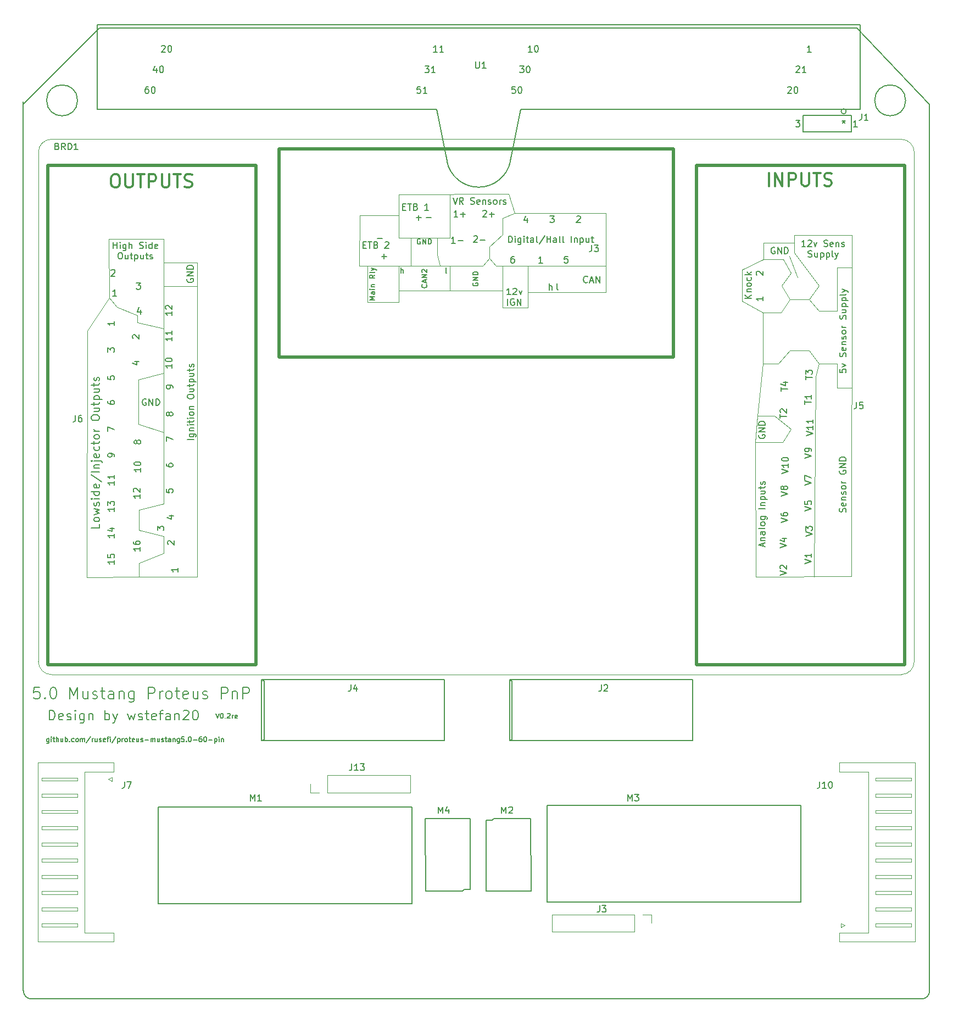
<source format=gto>
G04 #@! TF.GenerationSoftware,KiCad,Pcbnew,(6.0.5)*
G04 #@! TF.CreationDate,2022-05-19T13:53:49+03:00*
G04 #@! TF.ProjectId,5.0mustangProteusPnP,352e306d-7573-4746-916e-6750726f7465,R0.1*
G04 #@! TF.SameCoordinates,Original*
G04 #@! TF.FileFunction,Legend,Top*
G04 #@! TF.FilePolarity,Positive*
%FSLAX46Y46*%
G04 Gerber Fmt 4.6, Leading zero omitted, Abs format (unit mm)*
G04 Created by KiCad (PCBNEW (6.0.5)) date 2022-05-19 13:53:49*
%MOMM*%
%LPD*%
G01*
G04 APERTURE LIST*
G04 #@! TA.AperFunction,Profile*
%ADD10C,0.200000*%
G04 #@! TD*
%ADD11C,0.130000*%
%ADD12C,0.150000*%
%ADD13C,0.200000*%
%ADD14C,0.139700*%
%ADD15C,0.300000*%
%ADD16C,0.152400*%
%ADD17C,0.127000*%
%ADD18C,0.120000*%
%ADD19C,0.500000*%
%ADD20C,0.100000*%
G04 APERTURE END LIST*
D10*
X95885000Y-211201000D02*
X95885000Y-74201000D01*
X224406100Y-62865000D02*
X107638100Y-62865000D01*
X107638100Y-62865000D02*
X95885000Y-74627000D01*
X235585000Y-211201000D02*
X235585000Y-74627000D01*
X234315000Y-212471000D02*
G75*
G03*
X235585000Y-211201000I0J1270000D01*
G01*
X104235250Y-73977500D02*
G75*
G03*
X104235250Y-73977500I-2381250J0D01*
G01*
X224406100Y-62865000D02*
X235585000Y-74627000D01*
X95885000Y-211201000D02*
G75*
G03*
X97155000Y-212471000I1270000J0D01*
G01*
X234315000Y-212471000D02*
X97155000Y-212471000D01*
X231877750Y-73977500D02*
G75*
G03*
X231877750Y-73977500I-2381250J0D01*
G01*
D11*
X214986204Y-68780780D02*
X215034585Y-68732400D01*
X215131347Y-68684019D01*
X215373252Y-68684019D01*
X215470014Y-68732400D01*
X215518395Y-68780780D01*
X215566776Y-68877542D01*
X215566776Y-68974304D01*
X215518395Y-69119447D01*
X214937823Y-69700019D01*
X215566776Y-69700019D01*
X216534395Y-69700019D02*
X215953823Y-69700019D01*
X216244109Y-69700019D02*
X216244109Y-68684019D01*
X216147347Y-68829161D01*
X216050585Y-68925923D01*
X215953823Y-68974304D01*
X183511613Y-96265879D02*
X183511613Y-96991593D01*
X183463232Y-97136736D01*
X183366470Y-97233498D01*
X183221327Y-97281879D01*
X183124565Y-97281879D01*
X183898660Y-96265879D02*
X184527613Y-96265879D01*
X184188946Y-96652926D01*
X184334089Y-96652926D01*
X184430851Y-96701307D01*
X184479232Y-96749688D01*
X184527613Y-96846450D01*
X184527613Y-97088355D01*
X184479232Y-97185117D01*
X184430851Y-97233498D01*
X184334089Y-97281879D01*
X184043803Y-97281879D01*
X183947041Y-97233498D01*
X183898660Y-97185117D01*
X224324333Y-120487319D02*
X224324333Y-121213033D01*
X224275952Y-121358176D01*
X224179190Y-121454938D01*
X224034047Y-121503319D01*
X223937285Y-121503319D01*
X225291952Y-120487319D02*
X224808142Y-120487319D01*
X224759761Y-120971128D01*
X224808142Y-120922747D01*
X224904904Y-120874366D01*
X225146809Y-120874366D01*
X225243571Y-120922747D01*
X225291952Y-120971128D01*
X225340333Y-121067890D01*
X225340333Y-121309795D01*
X225291952Y-121406557D01*
X225243571Y-121454938D01*
X225146809Y-121503319D01*
X224904904Y-121503319D01*
X224808142Y-121454938D01*
X224759761Y-121406557D01*
X115140014Y-71859019D02*
X114946490Y-71859019D01*
X114849728Y-71907400D01*
X114801347Y-71955780D01*
X114704585Y-72100923D01*
X114656204Y-72294447D01*
X114656204Y-72681495D01*
X114704585Y-72778257D01*
X114752966Y-72826638D01*
X114849728Y-72875019D01*
X115043252Y-72875019D01*
X115140014Y-72826638D01*
X115188395Y-72778257D01*
X115236776Y-72681495D01*
X115236776Y-72439590D01*
X115188395Y-72342828D01*
X115140014Y-72294447D01*
X115043252Y-72246066D01*
X114849728Y-72246066D01*
X114752966Y-72294447D01*
X114704585Y-72342828D01*
X114656204Y-72439590D01*
X115865728Y-71859019D02*
X115962490Y-71859019D01*
X116059252Y-71907400D01*
X116107633Y-71955780D01*
X116156014Y-72052542D01*
X116204395Y-72246066D01*
X116204395Y-72487971D01*
X116156014Y-72681495D01*
X116107633Y-72778257D01*
X116059252Y-72826638D01*
X115962490Y-72875019D01*
X115865728Y-72875019D01*
X115768966Y-72826638D01*
X115720585Y-72778257D01*
X115672204Y-72681495D01*
X115623823Y-72487971D01*
X115623823Y-72246066D01*
X115672204Y-72052542D01*
X115720585Y-71955780D01*
X115768966Y-71907400D01*
X115865728Y-71859019D01*
X103928333Y-122506619D02*
X103928333Y-123232333D01*
X103879952Y-123377476D01*
X103783190Y-123474238D01*
X103638047Y-123522619D01*
X103541285Y-123522619D01*
X104847571Y-122506619D02*
X104654047Y-122506619D01*
X104557285Y-122555000D01*
X104508904Y-122603380D01*
X104412142Y-122748523D01*
X104363761Y-122942047D01*
X104363761Y-123329095D01*
X104412142Y-123425857D01*
X104460523Y-123474238D01*
X104557285Y-123522619D01*
X104750809Y-123522619D01*
X104847571Y-123474238D01*
X104895952Y-123425857D01*
X104944333Y-123329095D01*
X104944333Y-123087190D01*
X104895952Y-122990428D01*
X104847571Y-122942047D01*
X104750809Y-122893666D01*
X104557285Y-122893666D01*
X104460523Y-122942047D01*
X104412142Y-122990428D01*
X104363761Y-123087190D01*
X174291776Y-66525019D02*
X173711204Y-66525019D01*
X174001490Y-66525019D02*
X174001490Y-65509019D01*
X173904728Y-65654161D01*
X173807966Y-65750923D01*
X173711204Y-65799304D01*
X174920728Y-65509019D02*
X175017490Y-65509019D01*
X175114252Y-65557400D01*
X175162633Y-65605780D01*
X175211014Y-65702542D01*
X175259395Y-65896066D01*
X175259395Y-66137971D01*
X175211014Y-66331495D01*
X175162633Y-66428257D01*
X175114252Y-66476638D01*
X175017490Y-66525019D01*
X174920728Y-66525019D01*
X174823966Y-66476638D01*
X174775585Y-66428257D01*
X174727204Y-66331495D01*
X174678823Y-66137971D01*
X174678823Y-65896066D01*
X174727204Y-65702542D01*
X174775585Y-65605780D01*
X174823966Y-65557400D01*
X174920728Y-65509019D01*
X125542331Y-168461185D02*
X125792331Y-169211185D01*
X126042331Y-168461185D01*
X126435188Y-168461185D02*
X126506617Y-168461185D01*
X126578045Y-168496900D01*
X126613760Y-168532614D01*
X126649474Y-168604042D01*
X126685188Y-168746900D01*
X126685188Y-168925471D01*
X126649474Y-169068328D01*
X126613760Y-169139757D01*
X126578045Y-169175471D01*
X126506617Y-169211185D01*
X126435188Y-169211185D01*
X126363760Y-169175471D01*
X126328045Y-169139757D01*
X126292331Y-169068328D01*
X126256617Y-168925471D01*
X126256617Y-168746900D01*
X126292331Y-168604042D01*
X126328045Y-168532614D01*
X126363760Y-168496900D01*
X126435188Y-168461185D01*
X127006617Y-169139757D02*
X127042331Y-169175471D01*
X127006617Y-169211185D01*
X126970902Y-169175471D01*
X127006617Y-169139757D01*
X127006617Y-169211185D01*
X127328045Y-168532614D02*
X127363760Y-168496900D01*
X127435188Y-168461185D01*
X127613760Y-168461185D01*
X127685188Y-168496900D01*
X127720902Y-168532614D01*
X127756617Y-168604042D01*
X127756617Y-168675471D01*
X127720902Y-168782614D01*
X127292331Y-169211185D01*
X127756617Y-169211185D01*
X128078045Y-169211185D02*
X128078045Y-168711185D01*
X128078045Y-168854042D02*
X128113760Y-168782614D01*
X128149474Y-168746900D01*
X128220902Y-168711185D01*
X128292331Y-168711185D01*
X128828045Y-169175471D02*
X128756617Y-169211185D01*
X128613760Y-169211185D01*
X128542331Y-169175471D01*
X128506617Y-169104042D01*
X128506617Y-168818328D01*
X128542331Y-168746900D01*
X128613760Y-168711185D01*
X128756617Y-168711185D01*
X128828045Y-168746900D01*
X128863760Y-168818328D01*
X128863760Y-168889757D01*
X128506617Y-168961185D01*
X213716204Y-71955780D02*
X213764585Y-71907400D01*
X213861347Y-71859019D01*
X214103252Y-71859019D01*
X214200014Y-71907400D01*
X214248395Y-71955780D01*
X214296776Y-72052542D01*
X214296776Y-72149304D01*
X214248395Y-72294447D01*
X213667823Y-72875019D01*
X214296776Y-72875019D01*
X214925728Y-71859019D02*
X215022490Y-71859019D01*
X215119252Y-71907400D01*
X215167633Y-71955780D01*
X215216014Y-72052542D01*
X215264395Y-72246066D01*
X215264395Y-72487971D01*
X215216014Y-72681495D01*
X215167633Y-72778257D01*
X215119252Y-72826638D01*
X215022490Y-72875019D01*
X214925728Y-72875019D01*
X214828966Y-72826638D01*
X214780585Y-72778257D01*
X214732204Y-72681495D01*
X214683823Y-72487971D01*
X214683823Y-72246066D01*
X214732204Y-72052542D01*
X214780585Y-71955780D01*
X214828966Y-71907400D01*
X214925728Y-71859019D01*
X98391006Y-164421066D02*
X97557673Y-164421066D01*
X97474339Y-165254400D01*
X97557673Y-165171066D01*
X97724339Y-165087733D01*
X98141006Y-165087733D01*
X98307673Y-165171066D01*
X98391006Y-165254400D01*
X98474339Y-165421066D01*
X98474339Y-165837733D01*
X98391006Y-166004400D01*
X98307673Y-166087733D01*
X98141006Y-166171066D01*
X97724339Y-166171066D01*
X97557673Y-166087733D01*
X97474339Y-166004400D01*
X99224339Y-166004400D02*
X99307673Y-166087733D01*
X99224339Y-166171066D01*
X99141006Y-166087733D01*
X99224339Y-166004400D01*
X99224339Y-166171066D01*
X100391006Y-164421066D02*
X100557673Y-164421066D01*
X100724339Y-164504400D01*
X100807673Y-164587733D01*
X100891006Y-164754400D01*
X100974339Y-165087733D01*
X100974339Y-165504400D01*
X100891006Y-165837733D01*
X100807673Y-166004400D01*
X100724339Y-166087733D01*
X100557673Y-166171066D01*
X100391006Y-166171066D01*
X100224339Y-166087733D01*
X100141006Y-166004400D01*
X100057673Y-165837733D01*
X99974339Y-165504400D01*
X99974339Y-165087733D01*
X100057673Y-164754400D01*
X100141006Y-164587733D01*
X100224339Y-164504400D01*
X100391006Y-164421066D01*
X103057673Y-166171066D02*
X103057673Y-164421066D01*
X103641006Y-165671066D01*
X104224339Y-164421066D01*
X104224339Y-166171066D01*
X105807673Y-165004400D02*
X105807673Y-166171066D01*
X105057673Y-165004400D02*
X105057673Y-165921066D01*
X105141006Y-166087733D01*
X105307673Y-166171066D01*
X105557673Y-166171066D01*
X105724339Y-166087733D01*
X105807673Y-166004400D01*
X106557673Y-166087733D02*
X106724339Y-166171066D01*
X107057673Y-166171066D01*
X107224339Y-166087733D01*
X107307673Y-165921066D01*
X107307673Y-165837733D01*
X107224339Y-165671066D01*
X107057673Y-165587733D01*
X106807673Y-165587733D01*
X106641006Y-165504400D01*
X106557673Y-165337733D01*
X106557673Y-165254400D01*
X106641006Y-165087733D01*
X106807673Y-165004400D01*
X107057673Y-165004400D01*
X107224339Y-165087733D01*
X107807673Y-165004400D02*
X108474339Y-165004400D01*
X108057673Y-164421066D02*
X108057673Y-165921066D01*
X108141006Y-166087733D01*
X108307673Y-166171066D01*
X108474339Y-166171066D01*
X109807673Y-166171066D02*
X109807673Y-165254400D01*
X109724339Y-165087733D01*
X109557673Y-165004400D01*
X109224339Y-165004400D01*
X109057673Y-165087733D01*
X109807673Y-166087733D02*
X109641006Y-166171066D01*
X109224339Y-166171066D01*
X109057673Y-166087733D01*
X108974339Y-165921066D01*
X108974339Y-165754400D01*
X109057673Y-165587733D01*
X109224339Y-165504400D01*
X109641006Y-165504400D01*
X109807673Y-165421066D01*
X110641006Y-165004400D02*
X110641006Y-166171066D01*
X110641006Y-165171066D02*
X110724339Y-165087733D01*
X110891006Y-165004400D01*
X111141006Y-165004400D01*
X111307673Y-165087733D01*
X111391006Y-165254400D01*
X111391006Y-166171066D01*
X112974339Y-165004400D02*
X112974339Y-166421066D01*
X112891006Y-166587733D01*
X112807673Y-166671066D01*
X112641006Y-166754400D01*
X112391006Y-166754400D01*
X112224339Y-166671066D01*
X112974339Y-166087733D02*
X112807673Y-166171066D01*
X112474339Y-166171066D01*
X112307673Y-166087733D01*
X112224339Y-166004400D01*
X112141006Y-165837733D01*
X112141006Y-165337733D01*
X112224339Y-165171066D01*
X112307673Y-165087733D01*
X112474339Y-165004400D01*
X112807673Y-165004400D01*
X112974339Y-165087733D01*
X115141006Y-166171066D02*
X115141006Y-164421066D01*
X115807673Y-164421066D01*
X115974340Y-164504400D01*
X116057673Y-164587733D01*
X116141006Y-164754400D01*
X116141006Y-165004400D01*
X116057673Y-165171066D01*
X115974340Y-165254400D01*
X115807673Y-165337733D01*
X115141006Y-165337733D01*
X116891006Y-166171066D02*
X116891006Y-165004400D01*
X116891006Y-165337733D02*
X116974340Y-165171066D01*
X117057673Y-165087733D01*
X117224340Y-165004400D01*
X117391006Y-165004400D01*
X118224340Y-166171066D02*
X118057673Y-166087733D01*
X117974340Y-166004400D01*
X117891006Y-165837733D01*
X117891006Y-165337733D01*
X117974340Y-165171066D01*
X118057673Y-165087733D01*
X118224340Y-165004400D01*
X118474340Y-165004400D01*
X118641006Y-165087733D01*
X118724340Y-165171066D01*
X118807673Y-165337733D01*
X118807673Y-165837733D01*
X118724340Y-166004400D01*
X118641006Y-166087733D01*
X118474340Y-166171066D01*
X118224340Y-166171066D01*
X119307673Y-165004400D02*
X119974339Y-165004400D01*
X119557673Y-164421066D02*
X119557673Y-165921066D01*
X119641006Y-166087733D01*
X119807673Y-166171066D01*
X119974339Y-166171066D01*
X121224339Y-166087733D02*
X121057673Y-166171066D01*
X120724339Y-166171066D01*
X120557673Y-166087733D01*
X120474339Y-165921066D01*
X120474339Y-165254400D01*
X120557673Y-165087733D01*
X120724339Y-165004400D01*
X121057673Y-165004400D01*
X121224339Y-165087733D01*
X121307673Y-165254400D01*
X121307673Y-165421066D01*
X120474339Y-165587733D01*
X122807673Y-165004400D02*
X122807673Y-166171066D01*
X122057673Y-165004400D02*
X122057673Y-165921066D01*
X122141006Y-166087733D01*
X122307673Y-166171066D01*
X122557673Y-166171066D01*
X122724339Y-166087733D01*
X122807673Y-166004400D01*
X123557673Y-166087733D02*
X123724339Y-166171066D01*
X124057673Y-166171066D01*
X124224339Y-166087733D01*
X124307673Y-165921066D01*
X124307673Y-165837733D01*
X124224339Y-165671066D01*
X124057673Y-165587733D01*
X123807673Y-165587733D01*
X123641006Y-165504400D01*
X123557673Y-165337733D01*
X123557673Y-165254400D01*
X123641006Y-165087733D01*
X123807673Y-165004400D01*
X124057673Y-165004400D01*
X124224339Y-165087733D01*
X126391006Y-166171066D02*
X126391006Y-164421066D01*
X127057673Y-164421066D01*
X127224339Y-164504400D01*
X127307673Y-164587733D01*
X127391006Y-164754400D01*
X127391006Y-165004400D01*
X127307673Y-165171066D01*
X127224339Y-165254400D01*
X127057673Y-165337733D01*
X126391006Y-165337733D01*
X128141006Y-165004400D02*
X128141006Y-166171066D01*
X128141006Y-165171066D02*
X128224339Y-165087733D01*
X128391006Y-165004400D01*
X128641006Y-165004400D01*
X128807673Y-165087733D01*
X128891006Y-165254400D01*
X128891006Y-166171066D01*
X129724339Y-166171066D02*
X129724339Y-164421066D01*
X130391006Y-164421066D01*
X130557673Y-164504400D01*
X130641006Y-164587733D01*
X130724339Y-164754400D01*
X130724339Y-165004400D01*
X130641006Y-165171066D01*
X130557673Y-165254400D01*
X130391006Y-165337733D01*
X129724339Y-165337733D01*
X217320585Y-66525019D02*
X216740014Y-66525019D01*
X217030300Y-66525019D02*
X217030300Y-65509019D01*
X216933538Y-65654161D01*
X216836776Y-65750923D01*
X216740014Y-65799304D01*
X157098395Y-71859019D02*
X156614585Y-71859019D01*
X156566204Y-72342828D01*
X156614585Y-72294447D01*
X156711347Y-72246066D01*
X156953252Y-72246066D01*
X157050014Y-72294447D01*
X157098395Y-72342828D01*
X157146776Y-72439590D01*
X157146776Y-72681495D01*
X157098395Y-72778257D01*
X157050014Y-72826638D01*
X156953252Y-72875019D01*
X156711347Y-72875019D01*
X156614585Y-72826638D01*
X156566204Y-72778257D01*
X158114395Y-72875019D02*
X157533823Y-72875019D01*
X157824109Y-72875019D02*
X157824109Y-71859019D01*
X157727347Y-72004161D01*
X157630585Y-72100923D01*
X157533823Y-72149304D01*
X99892008Y-169464111D02*
X99892008Y-167964111D01*
X100249151Y-167964111D01*
X100463437Y-168035540D01*
X100606294Y-168178397D01*
X100677722Y-168321254D01*
X100749151Y-168606968D01*
X100749151Y-168821254D01*
X100677722Y-169106968D01*
X100606294Y-169249825D01*
X100463437Y-169392682D01*
X100249151Y-169464111D01*
X99892008Y-169464111D01*
X101963437Y-169392682D02*
X101820580Y-169464111D01*
X101534865Y-169464111D01*
X101392008Y-169392682D01*
X101320580Y-169249825D01*
X101320580Y-168678397D01*
X101392008Y-168535540D01*
X101534865Y-168464111D01*
X101820580Y-168464111D01*
X101963437Y-168535540D01*
X102034865Y-168678397D01*
X102034865Y-168821254D01*
X101320580Y-168964111D01*
X102606294Y-169392682D02*
X102749151Y-169464111D01*
X103034865Y-169464111D01*
X103177722Y-169392682D01*
X103249151Y-169249825D01*
X103249151Y-169178397D01*
X103177722Y-169035540D01*
X103034865Y-168964111D01*
X102820580Y-168964111D01*
X102677722Y-168892682D01*
X102606294Y-168749825D01*
X102606294Y-168678397D01*
X102677722Y-168535540D01*
X102820580Y-168464111D01*
X103034865Y-168464111D01*
X103177722Y-168535540D01*
X103892008Y-169464111D02*
X103892008Y-168464111D01*
X103892008Y-167964111D02*
X103820580Y-168035540D01*
X103892008Y-168106968D01*
X103963437Y-168035540D01*
X103892008Y-167964111D01*
X103892008Y-168106968D01*
X105249151Y-168464111D02*
X105249151Y-169678397D01*
X105177722Y-169821254D01*
X105106294Y-169892682D01*
X104963437Y-169964111D01*
X104749151Y-169964111D01*
X104606294Y-169892682D01*
X105249151Y-169392682D02*
X105106294Y-169464111D01*
X104820580Y-169464111D01*
X104677722Y-169392682D01*
X104606294Y-169321254D01*
X104534865Y-169178397D01*
X104534865Y-168749825D01*
X104606294Y-168606968D01*
X104677722Y-168535540D01*
X104820580Y-168464111D01*
X105106294Y-168464111D01*
X105249151Y-168535540D01*
X105963437Y-168464111D02*
X105963437Y-169464111D01*
X105963437Y-168606968D02*
X106034865Y-168535540D01*
X106177722Y-168464111D01*
X106392008Y-168464111D01*
X106534865Y-168535540D01*
X106606294Y-168678397D01*
X106606294Y-169464111D01*
X108463437Y-169464111D02*
X108463437Y-167964111D01*
X108463437Y-168535540D02*
X108606294Y-168464111D01*
X108892008Y-168464111D01*
X109034865Y-168535540D01*
X109106294Y-168606968D01*
X109177722Y-168749825D01*
X109177722Y-169178397D01*
X109106294Y-169321254D01*
X109034865Y-169392682D01*
X108892008Y-169464111D01*
X108606294Y-169464111D01*
X108463437Y-169392682D01*
X109677722Y-168464111D02*
X110034865Y-169464111D01*
X110392008Y-168464111D02*
X110034865Y-169464111D01*
X109892008Y-169821254D01*
X109820580Y-169892682D01*
X109677722Y-169964111D01*
X111963437Y-168464111D02*
X112249151Y-169464111D01*
X112534865Y-168749825D01*
X112820580Y-169464111D01*
X113106294Y-168464111D01*
X113606294Y-169392682D02*
X113749151Y-169464111D01*
X114034865Y-169464111D01*
X114177722Y-169392682D01*
X114249151Y-169249825D01*
X114249151Y-169178397D01*
X114177722Y-169035540D01*
X114034865Y-168964111D01*
X113820580Y-168964111D01*
X113677722Y-168892682D01*
X113606294Y-168749825D01*
X113606294Y-168678397D01*
X113677722Y-168535540D01*
X113820580Y-168464111D01*
X114034865Y-168464111D01*
X114177722Y-168535540D01*
X114677722Y-168464111D02*
X115249151Y-168464111D01*
X114892008Y-167964111D02*
X114892008Y-169249825D01*
X114963437Y-169392682D01*
X115106294Y-169464111D01*
X115249151Y-169464111D01*
X116320580Y-169392682D02*
X116177722Y-169464111D01*
X115892008Y-169464111D01*
X115749151Y-169392682D01*
X115677722Y-169249825D01*
X115677722Y-168678397D01*
X115749151Y-168535540D01*
X115892008Y-168464111D01*
X116177722Y-168464111D01*
X116320580Y-168535540D01*
X116392008Y-168678397D01*
X116392008Y-168821254D01*
X115677722Y-168964111D01*
X116820580Y-168464111D02*
X117392008Y-168464111D01*
X117034865Y-169464111D02*
X117034865Y-168178397D01*
X117106294Y-168035540D01*
X117249151Y-167964111D01*
X117392008Y-167964111D01*
X118534865Y-169464111D02*
X118534865Y-168678397D01*
X118463437Y-168535540D01*
X118320580Y-168464111D01*
X118034865Y-168464111D01*
X117892008Y-168535540D01*
X118534865Y-169392682D02*
X118392008Y-169464111D01*
X118034865Y-169464111D01*
X117892008Y-169392682D01*
X117820580Y-169249825D01*
X117820580Y-169106968D01*
X117892008Y-168964111D01*
X118034865Y-168892682D01*
X118392008Y-168892682D01*
X118534865Y-168821254D01*
X119249151Y-168464111D02*
X119249151Y-169464111D01*
X119249151Y-168606968D02*
X119320580Y-168535540D01*
X119463437Y-168464111D01*
X119677722Y-168464111D01*
X119820580Y-168535540D01*
X119892008Y-168678397D01*
X119892008Y-169464111D01*
X120534865Y-168106968D02*
X120606294Y-168035540D01*
X120749151Y-167964111D01*
X121106294Y-167964111D01*
X121249151Y-168035540D01*
X121320580Y-168106968D01*
X121392008Y-168249825D01*
X121392008Y-168392682D01*
X121320580Y-168606968D01*
X120463437Y-169464111D01*
X121392008Y-169464111D01*
X122320580Y-167964111D02*
X122463437Y-167964111D01*
X122606294Y-168035540D01*
X122677722Y-168106968D01*
X122749151Y-168249825D01*
X122820580Y-168535540D01*
X122820580Y-168892682D01*
X122749151Y-169178397D01*
X122677722Y-169321254D01*
X122606294Y-169392682D01*
X122463437Y-169464111D01*
X122320580Y-169464111D01*
X122177722Y-169392682D01*
X122106294Y-169321254D01*
X122034865Y-169178397D01*
X121963437Y-168892682D01*
X121963437Y-168535540D01*
X122034865Y-168249825D01*
X122106294Y-168106968D01*
X122177722Y-168035540D01*
X122320580Y-167964111D01*
X171703395Y-71859019D02*
X171219585Y-71859019D01*
X171171204Y-72342828D01*
X171219585Y-72294447D01*
X171316347Y-72246066D01*
X171558252Y-72246066D01*
X171655014Y-72294447D01*
X171703395Y-72342828D01*
X171751776Y-72439590D01*
X171751776Y-72681495D01*
X171703395Y-72778257D01*
X171655014Y-72826638D01*
X171558252Y-72875019D01*
X171316347Y-72875019D01*
X171219585Y-72826638D01*
X171171204Y-72778257D01*
X172380728Y-71859019D02*
X172477490Y-71859019D01*
X172574252Y-71907400D01*
X172622633Y-71955780D01*
X172671014Y-72052542D01*
X172719395Y-72246066D01*
X172719395Y-72487971D01*
X172671014Y-72681495D01*
X172622633Y-72778257D01*
X172574252Y-72826638D01*
X172477490Y-72875019D01*
X172380728Y-72875019D01*
X172283966Y-72826638D01*
X172235585Y-72778257D01*
X172187204Y-72681495D01*
X172138823Y-72487971D01*
X172138823Y-72246066D01*
X172187204Y-72052542D01*
X172235585Y-71955780D01*
X172283966Y-71907400D01*
X172380728Y-71859019D01*
X99830645Y-172312905D02*
X99830645Y-172920048D01*
X99794931Y-172991477D01*
X99759217Y-173027191D01*
X99687788Y-173062905D01*
X99580645Y-173062905D01*
X99509217Y-173027191D01*
X99830645Y-172777191D02*
X99759217Y-172812905D01*
X99616360Y-172812905D01*
X99544931Y-172777191D01*
X99509217Y-172741477D01*
X99473502Y-172670048D01*
X99473502Y-172455762D01*
X99509217Y-172384334D01*
X99544931Y-172348620D01*
X99616360Y-172312905D01*
X99759217Y-172312905D01*
X99830645Y-172348620D01*
X100187788Y-172812905D02*
X100187788Y-172312905D01*
X100187788Y-172062905D02*
X100152074Y-172098620D01*
X100187788Y-172134334D01*
X100223502Y-172098620D01*
X100187788Y-172062905D01*
X100187788Y-172134334D01*
X100437788Y-172312905D02*
X100723502Y-172312905D01*
X100544931Y-172062905D02*
X100544931Y-172705762D01*
X100580645Y-172777191D01*
X100652074Y-172812905D01*
X100723502Y-172812905D01*
X100973502Y-172812905D02*
X100973502Y-172062905D01*
X101294931Y-172812905D02*
X101294931Y-172420048D01*
X101259217Y-172348620D01*
X101187788Y-172312905D01*
X101080645Y-172312905D01*
X101009217Y-172348620D01*
X100973502Y-172384334D01*
X101973502Y-172312905D02*
X101973502Y-172812905D01*
X101652074Y-172312905D02*
X101652074Y-172705762D01*
X101687788Y-172777191D01*
X101759217Y-172812905D01*
X101866360Y-172812905D01*
X101937788Y-172777191D01*
X101973502Y-172741477D01*
X102330645Y-172812905D02*
X102330645Y-172062905D01*
X102330645Y-172348620D02*
X102402074Y-172312905D01*
X102544931Y-172312905D01*
X102616360Y-172348620D01*
X102652074Y-172384334D01*
X102687788Y-172455762D01*
X102687788Y-172670048D01*
X102652074Y-172741477D01*
X102616360Y-172777191D01*
X102544931Y-172812905D01*
X102402074Y-172812905D01*
X102330645Y-172777191D01*
X103009217Y-172741477D02*
X103044931Y-172777191D01*
X103009217Y-172812905D01*
X102973502Y-172777191D01*
X103009217Y-172741477D01*
X103009217Y-172812905D01*
X103687788Y-172777191D02*
X103616360Y-172812905D01*
X103473502Y-172812905D01*
X103402074Y-172777191D01*
X103366360Y-172741477D01*
X103330645Y-172670048D01*
X103330645Y-172455762D01*
X103366360Y-172384334D01*
X103402074Y-172348620D01*
X103473502Y-172312905D01*
X103616360Y-172312905D01*
X103687788Y-172348620D01*
X104116360Y-172812905D02*
X104044931Y-172777191D01*
X104009217Y-172741477D01*
X103973502Y-172670048D01*
X103973502Y-172455762D01*
X104009217Y-172384334D01*
X104044931Y-172348620D01*
X104116360Y-172312905D01*
X104223502Y-172312905D01*
X104294931Y-172348620D01*
X104330645Y-172384334D01*
X104366360Y-172455762D01*
X104366360Y-172670048D01*
X104330645Y-172741477D01*
X104294931Y-172777191D01*
X104223502Y-172812905D01*
X104116360Y-172812905D01*
X104687788Y-172812905D02*
X104687788Y-172312905D01*
X104687788Y-172384334D02*
X104723502Y-172348620D01*
X104794931Y-172312905D01*
X104902074Y-172312905D01*
X104973502Y-172348620D01*
X105009217Y-172420048D01*
X105009217Y-172812905D01*
X105009217Y-172420048D02*
X105044931Y-172348620D01*
X105116360Y-172312905D01*
X105223502Y-172312905D01*
X105294931Y-172348620D01*
X105330645Y-172420048D01*
X105330645Y-172812905D01*
X106223502Y-172027191D02*
X105580645Y-172991477D01*
X106473502Y-172812905D02*
X106473502Y-172312905D01*
X106473502Y-172455762D02*
X106509217Y-172384334D01*
X106544931Y-172348620D01*
X106616360Y-172312905D01*
X106687788Y-172312905D01*
X107259217Y-172312905D02*
X107259217Y-172812905D01*
X106937788Y-172312905D02*
X106937788Y-172705762D01*
X106973502Y-172777191D01*
X107044931Y-172812905D01*
X107152074Y-172812905D01*
X107223502Y-172777191D01*
X107259217Y-172741477D01*
X107580645Y-172777191D02*
X107652074Y-172812905D01*
X107794931Y-172812905D01*
X107866360Y-172777191D01*
X107902074Y-172705762D01*
X107902074Y-172670048D01*
X107866360Y-172598620D01*
X107794931Y-172562905D01*
X107687788Y-172562905D01*
X107616360Y-172527191D01*
X107580645Y-172455762D01*
X107580645Y-172420048D01*
X107616360Y-172348620D01*
X107687788Y-172312905D01*
X107794931Y-172312905D01*
X107866360Y-172348620D01*
X108509217Y-172777191D02*
X108437788Y-172812905D01*
X108294931Y-172812905D01*
X108223502Y-172777191D01*
X108187788Y-172705762D01*
X108187788Y-172420048D01*
X108223502Y-172348620D01*
X108294931Y-172312905D01*
X108437788Y-172312905D01*
X108509217Y-172348620D01*
X108544931Y-172420048D01*
X108544931Y-172491477D01*
X108187788Y-172562905D01*
X108759217Y-172312905D02*
X109044931Y-172312905D01*
X108866360Y-172812905D02*
X108866360Y-172170048D01*
X108902074Y-172098620D01*
X108973502Y-172062905D01*
X109044931Y-172062905D01*
X109294931Y-172812905D02*
X109294931Y-172312905D01*
X109294931Y-172062905D02*
X109259217Y-172098620D01*
X109294931Y-172134334D01*
X109330645Y-172098620D01*
X109294931Y-172062905D01*
X109294931Y-172134334D01*
X110187788Y-172027191D02*
X109544931Y-172991477D01*
X110437788Y-172312905D02*
X110437788Y-173062905D01*
X110437788Y-172348620D02*
X110509217Y-172312905D01*
X110652074Y-172312905D01*
X110723502Y-172348620D01*
X110759217Y-172384334D01*
X110794931Y-172455762D01*
X110794931Y-172670048D01*
X110759217Y-172741477D01*
X110723502Y-172777191D01*
X110652074Y-172812905D01*
X110509217Y-172812905D01*
X110437788Y-172777191D01*
X111116360Y-172812905D02*
X111116360Y-172312905D01*
X111116360Y-172455762D02*
X111152074Y-172384334D01*
X111187788Y-172348620D01*
X111259217Y-172312905D01*
X111330645Y-172312905D01*
X111687788Y-172812905D02*
X111616360Y-172777191D01*
X111580645Y-172741477D01*
X111544931Y-172670048D01*
X111544931Y-172455762D01*
X111580645Y-172384334D01*
X111616360Y-172348620D01*
X111687788Y-172312905D01*
X111794931Y-172312905D01*
X111866360Y-172348620D01*
X111902074Y-172384334D01*
X111937788Y-172455762D01*
X111937788Y-172670048D01*
X111902074Y-172741477D01*
X111866360Y-172777191D01*
X111794931Y-172812905D01*
X111687788Y-172812905D01*
X112152074Y-172312905D02*
X112437788Y-172312905D01*
X112259217Y-172062905D02*
X112259217Y-172705762D01*
X112294931Y-172777191D01*
X112366360Y-172812905D01*
X112437788Y-172812905D01*
X112973502Y-172777191D02*
X112902074Y-172812905D01*
X112759217Y-172812905D01*
X112687788Y-172777191D01*
X112652074Y-172705762D01*
X112652074Y-172420048D01*
X112687788Y-172348620D01*
X112759217Y-172312905D01*
X112902074Y-172312905D01*
X112973502Y-172348620D01*
X113009217Y-172420048D01*
X113009217Y-172491477D01*
X112652074Y-172562905D01*
X113652074Y-172312905D02*
X113652074Y-172812905D01*
X113330645Y-172312905D02*
X113330645Y-172705762D01*
X113366360Y-172777191D01*
X113437788Y-172812905D01*
X113544931Y-172812905D01*
X113616360Y-172777191D01*
X113652074Y-172741477D01*
X113973502Y-172777191D02*
X114044931Y-172812905D01*
X114187788Y-172812905D01*
X114259217Y-172777191D01*
X114294931Y-172705762D01*
X114294931Y-172670048D01*
X114259217Y-172598620D01*
X114187788Y-172562905D01*
X114080645Y-172562905D01*
X114009217Y-172527191D01*
X113973502Y-172455762D01*
X113973502Y-172420048D01*
X114009217Y-172348620D01*
X114080645Y-172312905D01*
X114187788Y-172312905D01*
X114259217Y-172348620D01*
X114616360Y-172527191D02*
X115187788Y-172527191D01*
X115544931Y-172812905D02*
X115544931Y-172312905D01*
X115544931Y-172384334D02*
X115580645Y-172348620D01*
X115652074Y-172312905D01*
X115759217Y-172312905D01*
X115830645Y-172348620D01*
X115866360Y-172420048D01*
X115866360Y-172812905D01*
X115866360Y-172420048D02*
X115902074Y-172348620D01*
X115973502Y-172312905D01*
X116080645Y-172312905D01*
X116152074Y-172348620D01*
X116187788Y-172420048D01*
X116187788Y-172812905D01*
X116866360Y-172312905D02*
X116866360Y-172812905D01*
X116544931Y-172312905D02*
X116544931Y-172705762D01*
X116580645Y-172777191D01*
X116652074Y-172812905D01*
X116759217Y-172812905D01*
X116830645Y-172777191D01*
X116866360Y-172741477D01*
X117187788Y-172777191D02*
X117259217Y-172812905D01*
X117402074Y-172812905D01*
X117473502Y-172777191D01*
X117509217Y-172705762D01*
X117509217Y-172670048D01*
X117473502Y-172598620D01*
X117402074Y-172562905D01*
X117294931Y-172562905D01*
X117223502Y-172527191D01*
X117187788Y-172455762D01*
X117187788Y-172420048D01*
X117223502Y-172348620D01*
X117294931Y-172312905D01*
X117402074Y-172312905D01*
X117473502Y-172348620D01*
X117723502Y-172312905D02*
X118009217Y-172312905D01*
X117830645Y-172062905D02*
X117830645Y-172705762D01*
X117866360Y-172777191D01*
X117937788Y-172812905D01*
X118009217Y-172812905D01*
X118580645Y-172812905D02*
X118580645Y-172420048D01*
X118544931Y-172348620D01*
X118473502Y-172312905D01*
X118330645Y-172312905D01*
X118259217Y-172348620D01*
X118580645Y-172777191D02*
X118509217Y-172812905D01*
X118330645Y-172812905D01*
X118259217Y-172777191D01*
X118223502Y-172705762D01*
X118223502Y-172634334D01*
X118259217Y-172562905D01*
X118330645Y-172527191D01*
X118509217Y-172527191D01*
X118580645Y-172491477D01*
X118937788Y-172312905D02*
X118937788Y-172812905D01*
X118937788Y-172384334D02*
X118973502Y-172348620D01*
X119044931Y-172312905D01*
X119152074Y-172312905D01*
X119223502Y-172348620D01*
X119259217Y-172420048D01*
X119259217Y-172812905D01*
X119937788Y-172312905D02*
X119937788Y-172920048D01*
X119902074Y-172991477D01*
X119866360Y-173027191D01*
X119794931Y-173062905D01*
X119687788Y-173062905D01*
X119616360Y-173027191D01*
X119937788Y-172777191D02*
X119866360Y-172812905D01*
X119723502Y-172812905D01*
X119652074Y-172777191D01*
X119616360Y-172741477D01*
X119580645Y-172670048D01*
X119580645Y-172455762D01*
X119616360Y-172384334D01*
X119652074Y-172348620D01*
X119723502Y-172312905D01*
X119866360Y-172312905D01*
X119937788Y-172348620D01*
X120652074Y-172062905D02*
X120294931Y-172062905D01*
X120259217Y-172420048D01*
X120294931Y-172384334D01*
X120366360Y-172348620D01*
X120544931Y-172348620D01*
X120616360Y-172384334D01*
X120652074Y-172420048D01*
X120687788Y-172491477D01*
X120687788Y-172670048D01*
X120652074Y-172741477D01*
X120616360Y-172777191D01*
X120544931Y-172812905D01*
X120366360Y-172812905D01*
X120294931Y-172777191D01*
X120259217Y-172741477D01*
X121009217Y-172741477D02*
X121044931Y-172777191D01*
X121009217Y-172812905D01*
X120973502Y-172777191D01*
X121009217Y-172741477D01*
X121009217Y-172812905D01*
X121509217Y-172062905D02*
X121580645Y-172062905D01*
X121652074Y-172098620D01*
X121687788Y-172134334D01*
X121723502Y-172205762D01*
X121759217Y-172348620D01*
X121759217Y-172527191D01*
X121723502Y-172670048D01*
X121687788Y-172741477D01*
X121652074Y-172777191D01*
X121580645Y-172812905D01*
X121509217Y-172812905D01*
X121437788Y-172777191D01*
X121402074Y-172741477D01*
X121366360Y-172670048D01*
X121330645Y-172527191D01*
X121330645Y-172348620D01*
X121366360Y-172205762D01*
X121402074Y-172134334D01*
X121437788Y-172098620D01*
X121509217Y-172062905D01*
X122080645Y-172527191D02*
X122652074Y-172527191D01*
X123330645Y-172062905D02*
X123187788Y-172062905D01*
X123116360Y-172098620D01*
X123080645Y-172134334D01*
X123009217Y-172241477D01*
X122973502Y-172384334D01*
X122973502Y-172670048D01*
X123009217Y-172741477D01*
X123044931Y-172777191D01*
X123116360Y-172812905D01*
X123259217Y-172812905D01*
X123330645Y-172777191D01*
X123366360Y-172741477D01*
X123402074Y-172670048D01*
X123402074Y-172491477D01*
X123366360Y-172420048D01*
X123330645Y-172384334D01*
X123259217Y-172348620D01*
X123116360Y-172348620D01*
X123044931Y-172384334D01*
X123009217Y-172420048D01*
X122973502Y-172491477D01*
X123866360Y-172062905D02*
X123937788Y-172062905D01*
X124009217Y-172098620D01*
X124044931Y-172134334D01*
X124080645Y-172205762D01*
X124116360Y-172348620D01*
X124116360Y-172527191D01*
X124080645Y-172670048D01*
X124044931Y-172741477D01*
X124009217Y-172777191D01*
X123937788Y-172812905D01*
X123866360Y-172812905D01*
X123794931Y-172777191D01*
X123759217Y-172741477D01*
X123723502Y-172670048D01*
X123687788Y-172527191D01*
X123687788Y-172348620D01*
X123723502Y-172205762D01*
X123759217Y-172134334D01*
X123794931Y-172098620D01*
X123866360Y-172062905D01*
X124437788Y-172527191D02*
X125009217Y-172527191D01*
X125366360Y-172312905D02*
X125366360Y-173062905D01*
X125366360Y-172348620D02*
X125437788Y-172312905D01*
X125580645Y-172312905D01*
X125652074Y-172348620D01*
X125687788Y-172384334D01*
X125723502Y-172455762D01*
X125723502Y-172670048D01*
X125687788Y-172741477D01*
X125652074Y-172777191D01*
X125580645Y-172812905D01*
X125437788Y-172812905D01*
X125366360Y-172777191D01*
X126044931Y-172812905D02*
X126044931Y-172312905D01*
X126044931Y-172062905D02*
X126009217Y-172098620D01*
X126044931Y-172134334D01*
X126080645Y-172098620D01*
X126044931Y-172062905D01*
X126044931Y-172134334D01*
X126402074Y-172312905D02*
X126402074Y-172812905D01*
X126402074Y-172384334D02*
X126437788Y-172348620D01*
X126509217Y-172312905D01*
X126616360Y-172312905D01*
X126687788Y-172348620D01*
X126723502Y-172420048D01*
X126723502Y-172812905D01*
X117196204Y-65605780D02*
X117244585Y-65557400D01*
X117341347Y-65509019D01*
X117583252Y-65509019D01*
X117680014Y-65557400D01*
X117728395Y-65605780D01*
X117776776Y-65702542D01*
X117776776Y-65799304D01*
X117728395Y-65944447D01*
X117147823Y-66525019D01*
X117776776Y-66525019D01*
X118405728Y-65509019D02*
X118502490Y-65509019D01*
X118599252Y-65557400D01*
X118647633Y-65605780D01*
X118696014Y-65702542D01*
X118744395Y-65896066D01*
X118744395Y-66137971D01*
X118696014Y-66331495D01*
X118647633Y-66428257D01*
X118599252Y-66476638D01*
X118502490Y-66525019D01*
X118405728Y-66525019D01*
X118308966Y-66476638D01*
X118260585Y-66428257D01*
X118212204Y-66331495D01*
X118163823Y-66137971D01*
X118163823Y-65896066D01*
X118212204Y-65702542D01*
X118260585Y-65605780D01*
X118308966Y-65557400D01*
X118405728Y-65509019D01*
X157787823Y-68684019D02*
X158416776Y-68684019D01*
X158078109Y-69071066D01*
X158223252Y-69071066D01*
X158320014Y-69119447D01*
X158368395Y-69167828D01*
X158416776Y-69264590D01*
X158416776Y-69506495D01*
X158368395Y-69603257D01*
X158320014Y-69651638D01*
X158223252Y-69700019D01*
X157932966Y-69700019D01*
X157836204Y-69651638D01*
X157787823Y-69603257D01*
X159384395Y-69700019D02*
X158803823Y-69700019D01*
X159094109Y-69700019D02*
X159094109Y-68684019D01*
X158997347Y-68829161D01*
X158900585Y-68925923D01*
X158803823Y-68974304D01*
X116410014Y-69022685D02*
X116410014Y-69700019D01*
X116168109Y-68635638D02*
X115926204Y-69361352D01*
X116555157Y-69361352D01*
X117135728Y-68684019D02*
X117232490Y-68684019D01*
X117329252Y-68732400D01*
X117377633Y-68780780D01*
X117426014Y-68877542D01*
X117474395Y-69071066D01*
X117474395Y-69312971D01*
X117426014Y-69506495D01*
X117377633Y-69603257D01*
X117329252Y-69651638D01*
X117232490Y-69700019D01*
X117135728Y-69700019D01*
X117038966Y-69651638D01*
X116990585Y-69603257D01*
X116942204Y-69506495D01*
X116893823Y-69312971D01*
X116893823Y-69071066D01*
X116942204Y-68877542D01*
X116990585Y-68780780D01*
X117038966Y-68732400D01*
X117135728Y-68684019D01*
X159686776Y-66525019D02*
X159106204Y-66525019D01*
X159396490Y-66525019D02*
X159396490Y-65509019D01*
X159299728Y-65654161D01*
X159202966Y-65750923D01*
X159106204Y-65799304D01*
X160654395Y-66525019D02*
X160073823Y-66525019D01*
X160364109Y-66525019D02*
X160364109Y-65509019D01*
X160267347Y-65654161D01*
X160170585Y-65750923D01*
X160073823Y-65799304D01*
X172392823Y-68684019D02*
X173021776Y-68684019D01*
X172683109Y-69071066D01*
X172828252Y-69071066D01*
X172925014Y-69119447D01*
X172973395Y-69167828D01*
X173021776Y-69264590D01*
X173021776Y-69506495D01*
X172973395Y-69603257D01*
X172925014Y-69651638D01*
X172828252Y-69700019D01*
X172537966Y-69700019D01*
X172441204Y-69651638D01*
X172392823Y-69603257D01*
X173650728Y-68684019D02*
X173747490Y-68684019D01*
X173844252Y-68732400D01*
X173892633Y-68780780D01*
X173941014Y-68877542D01*
X173989395Y-69071066D01*
X173989395Y-69312971D01*
X173941014Y-69506495D01*
X173892633Y-69603257D01*
X173844252Y-69651638D01*
X173747490Y-69700019D01*
X173650728Y-69700019D01*
X173553966Y-69651638D01*
X173505585Y-69603257D01*
X173457204Y-69506495D01*
X173408823Y-69312971D01*
X173408823Y-69071066D01*
X173457204Y-68877542D01*
X173505585Y-68780780D01*
X173553966Y-68732400D01*
X173650728Y-68684019D01*
G04 #@! TO.C,U1*
X165590044Y-68023619D02*
X165590044Y-68846095D01*
X165638425Y-68942857D01*
X165686806Y-68991238D01*
X165783568Y-69039619D01*
X165977092Y-69039619D01*
X166073854Y-68991238D01*
X166122235Y-68942857D01*
X166170616Y-68846095D01*
X166170616Y-68023619D01*
X167186616Y-69039619D02*
X166606044Y-69039619D01*
X166896330Y-69039619D02*
X166896330Y-68023619D01*
X166799568Y-68168761D01*
X166702806Y-68265523D01*
X166606044Y-68313904D01*
D12*
G04 #@! TO.C,J2*
X184959666Y-164044380D02*
X184959666Y-164758666D01*
X184912047Y-164901523D01*
X184816809Y-164996761D01*
X184673952Y-165044380D01*
X184578714Y-165044380D01*
X185388238Y-164139619D02*
X185435857Y-164092000D01*
X185531095Y-164044380D01*
X185769190Y-164044380D01*
X185864428Y-164092000D01*
X185912047Y-164139619D01*
X185959666Y-164234857D01*
X185959666Y-164330095D01*
X185912047Y-164472952D01*
X185340619Y-165044380D01*
X185959666Y-165044380D01*
G04 #@! TO.C,J4*
X146369446Y-164029140D02*
X146369446Y-164743426D01*
X146321827Y-164886283D01*
X146226589Y-164981521D01*
X146083732Y-165029140D01*
X145988494Y-165029140D01*
X147274208Y-164362474D02*
X147274208Y-165029140D01*
X147036113Y-163981521D02*
X146798018Y-164695807D01*
X147417065Y-164695807D01*
G04 #@! TO.C,J1*
X225091666Y-76033380D02*
X225091666Y-76747666D01*
X225044047Y-76890523D01*
X224948809Y-76985761D01*
X224805952Y-77033380D01*
X224710714Y-77033380D01*
X226091666Y-77033380D02*
X225520238Y-77033380D01*
X225805952Y-77033380D02*
X225805952Y-76033380D01*
X225710714Y-76176238D01*
X225615476Y-76271476D01*
X225520238Y-76319095D01*
X224440714Y-78049380D02*
X223869285Y-78049380D01*
X224155000Y-78049380D02*
X224155000Y-77049380D01*
X224059761Y-77192238D01*
X223964523Y-77287476D01*
X223869285Y-77335095D01*
X214931666Y-77049380D02*
X215550714Y-77049380D01*
X215217380Y-77430333D01*
X215360238Y-77430333D01*
X215455476Y-77477952D01*
X215503095Y-77525571D01*
X215550714Y-77620809D01*
X215550714Y-77858904D01*
X215503095Y-77954142D01*
X215455476Y-78001761D01*
X215360238Y-78049380D01*
X215074523Y-78049380D01*
X214979285Y-78001761D01*
X214931666Y-77954142D01*
X214931666Y-77049380D02*
X215550714Y-77049380D01*
X215217380Y-77430333D01*
X215360238Y-77430333D01*
X215455476Y-77477952D01*
X215503095Y-77525571D01*
X215550714Y-77620809D01*
X215550714Y-77858904D01*
X215503095Y-77954142D01*
X215455476Y-78001761D01*
X215360238Y-78049380D01*
X215074523Y-78049380D01*
X214979285Y-78001761D01*
X214931666Y-77954142D01*
X222326200Y-77021440D02*
X222326200Y-77259536D01*
X222088104Y-77164298D02*
X222326200Y-77259536D01*
X222564295Y-77164298D01*
X222183342Y-77450012D02*
X222326200Y-77259536D01*
X222469057Y-77450012D01*
X224440714Y-78049380D02*
X223869285Y-78049380D01*
X224155000Y-78049380D02*
X224155000Y-77049380D01*
X224059761Y-77192238D01*
X223964523Y-77287476D01*
X223869285Y-77335095D01*
G04 #@! TO.C,BRD1*
X101099238Y-81050571D02*
X101242095Y-81098190D01*
X101289714Y-81145809D01*
X101337333Y-81241047D01*
X101337333Y-81383904D01*
X101289714Y-81479142D01*
X101242095Y-81526761D01*
X101146857Y-81574380D01*
X100765904Y-81574380D01*
X100765904Y-80574380D01*
X101099238Y-80574380D01*
X101194476Y-80622000D01*
X101242095Y-80669619D01*
X101289714Y-80764857D01*
X101289714Y-80860095D01*
X101242095Y-80955333D01*
X101194476Y-81002952D01*
X101099238Y-81050571D01*
X100765904Y-81050571D01*
X102337333Y-81574380D02*
X102004000Y-81098190D01*
X101765904Y-81574380D02*
X101765904Y-80574380D01*
X102146857Y-80574380D01*
X102242095Y-80622000D01*
X102289714Y-80669619D01*
X102337333Y-80764857D01*
X102337333Y-80907714D01*
X102289714Y-81002952D01*
X102242095Y-81050571D01*
X102146857Y-81098190D01*
X101765904Y-81098190D01*
X102765904Y-81574380D02*
X102765904Y-80574380D01*
X103004000Y-80574380D01*
X103146857Y-80622000D01*
X103242095Y-80717238D01*
X103289714Y-80812476D01*
X103337333Y-81002952D01*
X103337333Y-81145809D01*
X103289714Y-81336285D01*
X103242095Y-81431523D01*
X103146857Y-81526761D01*
X103004000Y-81574380D01*
X102765904Y-81574380D01*
X104289714Y-81574380D02*
X103718285Y-81574380D01*
X104004000Y-81574380D02*
X104004000Y-80574380D01*
X103908761Y-80717238D01*
X103813523Y-80812476D01*
X103718285Y-80860095D01*
X216439714Y-96519380D02*
X215868285Y-96519380D01*
X216154000Y-96519380D02*
X216154000Y-95519380D01*
X216058761Y-95662238D01*
X215963523Y-95757476D01*
X215868285Y-95805095D01*
X216820666Y-95614619D02*
X216868285Y-95567000D01*
X216963523Y-95519380D01*
X217201619Y-95519380D01*
X217296857Y-95567000D01*
X217344476Y-95614619D01*
X217392095Y-95709857D01*
X217392095Y-95805095D01*
X217344476Y-95947952D01*
X216773047Y-96519380D01*
X217392095Y-96519380D01*
X217725428Y-95852714D02*
X217963523Y-96519380D01*
X218201619Y-95852714D01*
X219296857Y-96471761D02*
X219439714Y-96519380D01*
X219677809Y-96519380D01*
X219773047Y-96471761D01*
X219820666Y-96424142D01*
X219868285Y-96328904D01*
X219868285Y-96233666D01*
X219820666Y-96138428D01*
X219773047Y-96090809D01*
X219677809Y-96043190D01*
X219487333Y-95995571D01*
X219392095Y-95947952D01*
X219344476Y-95900333D01*
X219296857Y-95805095D01*
X219296857Y-95709857D01*
X219344476Y-95614619D01*
X219392095Y-95567000D01*
X219487333Y-95519380D01*
X219725428Y-95519380D01*
X219868285Y-95567000D01*
X220677809Y-96471761D02*
X220582571Y-96519380D01*
X220392095Y-96519380D01*
X220296857Y-96471761D01*
X220249238Y-96376523D01*
X220249238Y-95995571D01*
X220296857Y-95900333D01*
X220392095Y-95852714D01*
X220582571Y-95852714D01*
X220677809Y-95900333D01*
X220725428Y-95995571D01*
X220725428Y-96090809D01*
X220249238Y-96186047D01*
X221154000Y-95852714D02*
X221154000Y-96519380D01*
X221154000Y-95947952D02*
X221201619Y-95900333D01*
X221296857Y-95852714D01*
X221439714Y-95852714D01*
X221534952Y-95900333D01*
X221582571Y-95995571D01*
X221582571Y-96519380D01*
X222011142Y-96471761D02*
X222106380Y-96519380D01*
X222296857Y-96519380D01*
X222392095Y-96471761D01*
X222439714Y-96376523D01*
X222439714Y-96328904D01*
X222392095Y-96233666D01*
X222296857Y-96186047D01*
X222154000Y-96186047D01*
X222058761Y-96138428D01*
X222011142Y-96043190D01*
X222011142Y-95995571D01*
X222058761Y-95900333D01*
X222154000Y-95852714D01*
X222296857Y-95852714D01*
X222392095Y-95900333D01*
X216868285Y-98081761D02*
X217011142Y-98129380D01*
X217249238Y-98129380D01*
X217344476Y-98081761D01*
X217392095Y-98034142D01*
X217439714Y-97938904D01*
X217439714Y-97843666D01*
X217392095Y-97748428D01*
X217344476Y-97700809D01*
X217249238Y-97653190D01*
X217058761Y-97605571D01*
X216963523Y-97557952D01*
X216915904Y-97510333D01*
X216868285Y-97415095D01*
X216868285Y-97319857D01*
X216915904Y-97224619D01*
X216963523Y-97177000D01*
X217058761Y-97129380D01*
X217296857Y-97129380D01*
X217439714Y-97177000D01*
X218296857Y-97462714D02*
X218296857Y-98129380D01*
X217868285Y-97462714D02*
X217868285Y-97986523D01*
X217915904Y-98081761D01*
X218011142Y-98129380D01*
X218154000Y-98129380D01*
X218249238Y-98081761D01*
X218296857Y-98034142D01*
X218773047Y-97462714D02*
X218773047Y-98462714D01*
X218773047Y-97510333D02*
X218868285Y-97462714D01*
X219058761Y-97462714D01*
X219154000Y-97510333D01*
X219201619Y-97557952D01*
X219249238Y-97653190D01*
X219249238Y-97938904D01*
X219201619Y-98034142D01*
X219154000Y-98081761D01*
X219058761Y-98129380D01*
X218868285Y-98129380D01*
X218773047Y-98081761D01*
X219677809Y-97462714D02*
X219677809Y-98462714D01*
X219677809Y-97510333D02*
X219773047Y-97462714D01*
X219963523Y-97462714D01*
X220058761Y-97510333D01*
X220106380Y-97557952D01*
X220154000Y-97653190D01*
X220154000Y-97938904D01*
X220106380Y-98034142D01*
X220058761Y-98081761D01*
X219963523Y-98129380D01*
X219773047Y-98129380D01*
X219677809Y-98081761D01*
X220725428Y-98129380D02*
X220630190Y-98081761D01*
X220582571Y-97986523D01*
X220582571Y-97129380D01*
X221011142Y-97462714D02*
X221249238Y-98129380D01*
X221487333Y-97462714D02*
X221249238Y-98129380D01*
X221154000Y-98367476D01*
X221106380Y-98415095D01*
X221011142Y-98462714D01*
X109906380Y-128860476D02*
X109906380Y-128670000D01*
X109858761Y-128574761D01*
X109811142Y-128527142D01*
X109668285Y-128431904D01*
X109477809Y-128384285D01*
X109096857Y-128384285D01*
X109001619Y-128431904D01*
X108954000Y-128479523D01*
X108906380Y-128574761D01*
X108906380Y-128765238D01*
X108954000Y-128860476D01*
X109001619Y-128908095D01*
X109096857Y-128955714D01*
X109334952Y-128955714D01*
X109430190Y-128908095D01*
X109477809Y-128860476D01*
X109525428Y-128765238D01*
X109525428Y-128574761D01*
X109477809Y-128479523D01*
X109430190Y-128431904D01*
X109334952Y-128384285D01*
X117923380Y-126463333D02*
X117923380Y-125796666D01*
X118923380Y-126225238D01*
X108906380Y-120351523D02*
X108906380Y-120542000D01*
X108954000Y-120637238D01*
X109001619Y-120684857D01*
X109144476Y-120780095D01*
X109334952Y-120827714D01*
X109715904Y-120827714D01*
X109811142Y-120780095D01*
X109858761Y-120732476D01*
X109906380Y-120637238D01*
X109906380Y-120446761D01*
X109858761Y-120351523D01*
X109811142Y-120303904D01*
X109715904Y-120256285D01*
X109477809Y-120256285D01*
X109382571Y-120303904D01*
X109334952Y-120351523D01*
X109287333Y-120446761D01*
X109287333Y-120637238D01*
X109334952Y-120732476D01*
X109382571Y-120780095D01*
X109477809Y-120827714D01*
X170677809Y-95874380D02*
X170677809Y-94874380D01*
X170915904Y-94874380D01*
X171058761Y-94922000D01*
X171154000Y-95017238D01*
X171201619Y-95112476D01*
X171249238Y-95302952D01*
X171249238Y-95445809D01*
X171201619Y-95636285D01*
X171154000Y-95731523D01*
X171058761Y-95826761D01*
X170915904Y-95874380D01*
X170677809Y-95874380D01*
X171677809Y-95874380D02*
X171677809Y-95207714D01*
X171677809Y-94874380D02*
X171630190Y-94922000D01*
X171677809Y-94969619D01*
X171725428Y-94922000D01*
X171677809Y-94874380D01*
X171677809Y-94969619D01*
X172582571Y-95207714D02*
X172582571Y-96017238D01*
X172534952Y-96112476D01*
X172487333Y-96160095D01*
X172392095Y-96207714D01*
X172249238Y-96207714D01*
X172154000Y-96160095D01*
X172582571Y-95826761D02*
X172487333Y-95874380D01*
X172296857Y-95874380D01*
X172201619Y-95826761D01*
X172154000Y-95779142D01*
X172106380Y-95683904D01*
X172106380Y-95398190D01*
X172154000Y-95302952D01*
X172201619Y-95255333D01*
X172296857Y-95207714D01*
X172487333Y-95207714D01*
X172582571Y-95255333D01*
X173058761Y-95874380D02*
X173058761Y-95207714D01*
X173058761Y-94874380D02*
X173011142Y-94922000D01*
X173058761Y-94969619D01*
X173106380Y-94922000D01*
X173058761Y-94874380D01*
X173058761Y-94969619D01*
X173392095Y-95207714D02*
X173773047Y-95207714D01*
X173534952Y-94874380D02*
X173534952Y-95731523D01*
X173582571Y-95826761D01*
X173677809Y-95874380D01*
X173773047Y-95874380D01*
X174534952Y-95874380D02*
X174534952Y-95350571D01*
X174487333Y-95255333D01*
X174392095Y-95207714D01*
X174201619Y-95207714D01*
X174106380Y-95255333D01*
X174534952Y-95826761D02*
X174439714Y-95874380D01*
X174201619Y-95874380D01*
X174106380Y-95826761D01*
X174058761Y-95731523D01*
X174058761Y-95636285D01*
X174106380Y-95541047D01*
X174201619Y-95493428D01*
X174439714Y-95493428D01*
X174534952Y-95445809D01*
X175154000Y-95874380D02*
X175058761Y-95826761D01*
X175011142Y-95731523D01*
X175011142Y-94874380D01*
X176249238Y-94826761D02*
X175392095Y-96112476D01*
X176582571Y-95874380D02*
X176582571Y-94874380D01*
X176582571Y-95350571D02*
X177154000Y-95350571D01*
X177154000Y-95874380D02*
X177154000Y-94874380D01*
X178058761Y-95874380D02*
X178058761Y-95350571D01*
X178011142Y-95255333D01*
X177915904Y-95207714D01*
X177725428Y-95207714D01*
X177630190Y-95255333D01*
X178058761Y-95826761D02*
X177963523Y-95874380D01*
X177725428Y-95874380D01*
X177630190Y-95826761D01*
X177582571Y-95731523D01*
X177582571Y-95636285D01*
X177630190Y-95541047D01*
X177725428Y-95493428D01*
X177963523Y-95493428D01*
X178058761Y-95445809D01*
X178677809Y-95874380D02*
X178582571Y-95826761D01*
X178534952Y-95731523D01*
X178534952Y-94874380D01*
X179201619Y-95874380D02*
X179106380Y-95826761D01*
X179058761Y-95731523D01*
X179058761Y-94874380D01*
X180344476Y-95874380D02*
X180344476Y-94874380D01*
X180820666Y-95207714D02*
X180820666Y-95874380D01*
X180820666Y-95302952D02*
X180868285Y-95255333D01*
X180963523Y-95207714D01*
X181106380Y-95207714D01*
X181201619Y-95255333D01*
X181249238Y-95350571D01*
X181249238Y-95874380D01*
X181725428Y-95207714D02*
X181725428Y-96207714D01*
X181725428Y-95255333D02*
X181820666Y-95207714D01*
X182011142Y-95207714D01*
X182106380Y-95255333D01*
X182154000Y-95302952D01*
X182201619Y-95398190D01*
X182201619Y-95683904D01*
X182154000Y-95779142D01*
X182106380Y-95826761D01*
X182011142Y-95874380D01*
X181820666Y-95874380D01*
X181725428Y-95826761D01*
X183058761Y-95207714D02*
X183058761Y-95874380D01*
X182630190Y-95207714D02*
X182630190Y-95731523D01*
X182677809Y-95826761D01*
X182773047Y-95874380D01*
X182915904Y-95874380D01*
X183011142Y-95826761D01*
X183058761Y-95779142D01*
X183392095Y-95207714D02*
X183773047Y-95207714D01*
X183534952Y-94874380D02*
X183534952Y-95731523D01*
X183582571Y-95826761D01*
X183677809Y-95874380D01*
X183773047Y-95874380D01*
D13*
X107619476Y-139254142D02*
X107619476Y-139849380D01*
X106369476Y-139849380D01*
X107619476Y-138658904D02*
X107559952Y-138777952D01*
X107500428Y-138837476D01*
X107381380Y-138897000D01*
X107024238Y-138897000D01*
X106905190Y-138837476D01*
X106845666Y-138777952D01*
X106786142Y-138658904D01*
X106786142Y-138480333D01*
X106845666Y-138361285D01*
X106905190Y-138301761D01*
X107024238Y-138242238D01*
X107381380Y-138242238D01*
X107500428Y-138301761D01*
X107559952Y-138361285D01*
X107619476Y-138480333D01*
X107619476Y-138658904D01*
X106786142Y-137825571D02*
X107619476Y-137587476D01*
X107024238Y-137349380D01*
X107619476Y-137111285D01*
X106786142Y-136873190D01*
X107559952Y-136456523D02*
X107619476Y-136337476D01*
X107619476Y-136099380D01*
X107559952Y-135980333D01*
X107440904Y-135920809D01*
X107381380Y-135920809D01*
X107262333Y-135980333D01*
X107202809Y-136099380D01*
X107202809Y-136277952D01*
X107143285Y-136397000D01*
X107024238Y-136456523D01*
X106964714Y-136456523D01*
X106845666Y-136397000D01*
X106786142Y-136277952D01*
X106786142Y-136099380D01*
X106845666Y-135980333D01*
X107619476Y-135385095D02*
X106786142Y-135385095D01*
X106369476Y-135385095D02*
X106429000Y-135444619D01*
X106488523Y-135385095D01*
X106429000Y-135325571D01*
X106369476Y-135385095D01*
X106488523Y-135385095D01*
X107619476Y-134254142D02*
X106369476Y-134254142D01*
X107559952Y-134254142D02*
X107619476Y-134373190D01*
X107619476Y-134611285D01*
X107559952Y-134730333D01*
X107500428Y-134789857D01*
X107381380Y-134849380D01*
X107024238Y-134849380D01*
X106905190Y-134789857D01*
X106845666Y-134730333D01*
X106786142Y-134611285D01*
X106786142Y-134373190D01*
X106845666Y-134254142D01*
X107559952Y-133182714D02*
X107619476Y-133301761D01*
X107619476Y-133539857D01*
X107559952Y-133658904D01*
X107440904Y-133718428D01*
X106964714Y-133718428D01*
X106845666Y-133658904D01*
X106786142Y-133539857D01*
X106786142Y-133301761D01*
X106845666Y-133182714D01*
X106964714Y-133123190D01*
X107083761Y-133123190D01*
X107202809Y-133718428D01*
X106309952Y-131694619D02*
X107917095Y-132766047D01*
X107619476Y-131277952D02*
X106369476Y-131277952D01*
X106786142Y-130682714D02*
X107619476Y-130682714D01*
X106905190Y-130682714D02*
X106845666Y-130623190D01*
X106786142Y-130504142D01*
X106786142Y-130325571D01*
X106845666Y-130206523D01*
X106964714Y-130147000D01*
X107619476Y-130147000D01*
X106786142Y-129551761D02*
X107857571Y-129551761D01*
X107976619Y-129611285D01*
X108036142Y-129730333D01*
X108036142Y-129789857D01*
X106369476Y-129551761D02*
X106429000Y-129611285D01*
X106488523Y-129551761D01*
X106429000Y-129492238D01*
X106369476Y-129551761D01*
X106488523Y-129551761D01*
X107559952Y-128480333D02*
X107619476Y-128599380D01*
X107619476Y-128837476D01*
X107559952Y-128956523D01*
X107440904Y-129016047D01*
X106964714Y-129016047D01*
X106845666Y-128956523D01*
X106786142Y-128837476D01*
X106786142Y-128599380D01*
X106845666Y-128480333D01*
X106964714Y-128420809D01*
X107083761Y-128420809D01*
X107202809Y-129016047D01*
X107559952Y-127349380D02*
X107619476Y-127468428D01*
X107619476Y-127706523D01*
X107559952Y-127825571D01*
X107500428Y-127885095D01*
X107381380Y-127944619D01*
X107024238Y-127944619D01*
X106905190Y-127885095D01*
X106845666Y-127825571D01*
X106786142Y-127706523D01*
X106786142Y-127468428D01*
X106845666Y-127349380D01*
X106786142Y-126992238D02*
X106786142Y-126516047D01*
X106369476Y-126813666D02*
X107440904Y-126813666D01*
X107559952Y-126754142D01*
X107619476Y-126635095D01*
X107619476Y-126516047D01*
X107619476Y-125920809D02*
X107559952Y-126039857D01*
X107500428Y-126099380D01*
X107381380Y-126158904D01*
X107024238Y-126158904D01*
X106905190Y-126099380D01*
X106845666Y-126039857D01*
X106786142Y-125920809D01*
X106786142Y-125742238D01*
X106845666Y-125623190D01*
X106905190Y-125563666D01*
X107024238Y-125504142D01*
X107381380Y-125504142D01*
X107500428Y-125563666D01*
X107559952Y-125623190D01*
X107619476Y-125742238D01*
X107619476Y-125920809D01*
X107619476Y-124968428D02*
X106786142Y-124968428D01*
X107024238Y-124968428D02*
X106905190Y-124908904D01*
X106845666Y-124849380D01*
X106786142Y-124730333D01*
X106786142Y-124611285D01*
X106369476Y-123004142D02*
X106369476Y-122766047D01*
X106429000Y-122647000D01*
X106548047Y-122527952D01*
X106786142Y-122468428D01*
X107202809Y-122468428D01*
X107440904Y-122527952D01*
X107559952Y-122647000D01*
X107619476Y-122766047D01*
X107619476Y-123004142D01*
X107559952Y-123123190D01*
X107440904Y-123242238D01*
X107202809Y-123301761D01*
X106786142Y-123301761D01*
X106548047Y-123242238D01*
X106429000Y-123123190D01*
X106369476Y-123004142D01*
X106786142Y-121397000D02*
X107619476Y-121397000D01*
X106786142Y-121932714D02*
X107440904Y-121932714D01*
X107559952Y-121873190D01*
X107619476Y-121754142D01*
X107619476Y-121575571D01*
X107559952Y-121456523D01*
X107500428Y-121397000D01*
X106786142Y-120980333D02*
X106786142Y-120504142D01*
X106369476Y-120801761D02*
X107440904Y-120801761D01*
X107559952Y-120742238D01*
X107619476Y-120623190D01*
X107619476Y-120504142D01*
X106786142Y-120087476D02*
X108036142Y-120087476D01*
X106845666Y-120087476D02*
X106786142Y-119968428D01*
X106786142Y-119730333D01*
X106845666Y-119611285D01*
X106905190Y-119551761D01*
X107024238Y-119492238D01*
X107381380Y-119492238D01*
X107500428Y-119551761D01*
X107559952Y-119611285D01*
X107619476Y-119730333D01*
X107619476Y-119968428D01*
X107559952Y-120087476D01*
X106786142Y-118420809D02*
X107619476Y-118420809D01*
X106786142Y-118956523D02*
X107440904Y-118956523D01*
X107559952Y-118897000D01*
X107619476Y-118777952D01*
X107619476Y-118599380D01*
X107559952Y-118480333D01*
X107500428Y-118420809D01*
X106786142Y-118004142D02*
X106786142Y-117527952D01*
X106369476Y-117825571D02*
X107440904Y-117825571D01*
X107559952Y-117766047D01*
X107619476Y-117647000D01*
X107619476Y-117527952D01*
X107559952Y-117170809D02*
X107619476Y-117051761D01*
X107619476Y-116813666D01*
X107559952Y-116694619D01*
X107440904Y-116635095D01*
X107381380Y-116635095D01*
X107262333Y-116694619D01*
X107202809Y-116813666D01*
X107202809Y-116992238D01*
X107143285Y-117111285D01*
X107024238Y-117170809D01*
X106964714Y-117170809D01*
X106845666Y-117111285D01*
X106786142Y-116992238D01*
X106786142Y-116813666D01*
X106845666Y-116694619D01*
D12*
X222634761Y-137410095D02*
X222682380Y-137267238D01*
X222682380Y-137029142D01*
X222634761Y-136933904D01*
X222587142Y-136886285D01*
X222491904Y-136838666D01*
X222396666Y-136838666D01*
X222301428Y-136886285D01*
X222253809Y-136933904D01*
X222206190Y-137029142D01*
X222158571Y-137219619D01*
X222110952Y-137314857D01*
X222063333Y-137362476D01*
X221968095Y-137410095D01*
X221872857Y-137410095D01*
X221777619Y-137362476D01*
X221730000Y-137314857D01*
X221682380Y-137219619D01*
X221682380Y-136981523D01*
X221730000Y-136838666D01*
X222634761Y-136029142D02*
X222682380Y-136124380D01*
X222682380Y-136314857D01*
X222634761Y-136410095D01*
X222539523Y-136457714D01*
X222158571Y-136457714D01*
X222063333Y-136410095D01*
X222015714Y-136314857D01*
X222015714Y-136124380D01*
X222063333Y-136029142D01*
X222158571Y-135981523D01*
X222253809Y-135981523D01*
X222349047Y-136457714D01*
X222015714Y-135552952D02*
X222682380Y-135552952D01*
X222110952Y-135552952D02*
X222063333Y-135505333D01*
X222015714Y-135410095D01*
X222015714Y-135267238D01*
X222063333Y-135172000D01*
X222158571Y-135124380D01*
X222682380Y-135124380D01*
X222634761Y-134695809D02*
X222682380Y-134600571D01*
X222682380Y-134410095D01*
X222634761Y-134314857D01*
X222539523Y-134267238D01*
X222491904Y-134267238D01*
X222396666Y-134314857D01*
X222349047Y-134410095D01*
X222349047Y-134552952D01*
X222301428Y-134648190D01*
X222206190Y-134695809D01*
X222158571Y-134695809D01*
X222063333Y-134648190D01*
X222015714Y-134552952D01*
X222015714Y-134410095D01*
X222063333Y-134314857D01*
X222682380Y-133695809D02*
X222634761Y-133791047D01*
X222587142Y-133838666D01*
X222491904Y-133886285D01*
X222206190Y-133886285D01*
X222110952Y-133838666D01*
X222063333Y-133791047D01*
X222015714Y-133695809D01*
X222015714Y-133552952D01*
X222063333Y-133457714D01*
X222110952Y-133410095D01*
X222206190Y-133362476D01*
X222491904Y-133362476D01*
X222587142Y-133410095D01*
X222634761Y-133457714D01*
X222682380Y-133552952D01*
X222682380Y-133695809D01*
X222682380Y-132933904D02*
X222015714Y-132933904D01*
X222206190Y-132933904D02*
X222110952Y-132886285D01*
X222063333Y-132838666D01*
X222015714Y-132743428D01*
X222015714Y-132648190D01*
X221730000Y-131029142D02*
X221682380Y-131124380D01*
X221682380Y-131267238D01*
X221730000Y-131410095D01*
X221825238Y-131505333D01*
X221920476Y-131552952D01*
X222110952Y-131600571D01*
X222253809Y-131600571D01*
X222444285Y-131552952D01*
X222539523Y-131505333D01*
X222634761Y-131410095D01*
X222682380Y-131267238D01*
X222682380Y-131172000D01*
X222634761Y-131029142D01*
X222587142Y-130981523D01*
X222253809Y-130981523D01*
X222253809Y-131172000D01*
X222682380Y-130552952D02*
X221682380Y-130552952D01*
X222682380Y-129981523D01*
X221682380Y-129981523D01*
X222682380Y-129505333D02*
X221682380Y-129505333D01*
X221682380Y-129267238D01*
X221730000Y-129124380D01*
X221825238Y-129029142D01*
X221920476Y-128981523D01*
X222110952Y-128933904D01*
X222253809Y-128933904D01*
X222444285Y-128981523D01*
X222539523Y-129029142D01*
X222634761Y-129124380D01*
X222682380Y-129267238D01*
X222682380Y-129505333D01*
X118923380Y-118319476D02*
X118923380Y-118129000D01*
X118875761Y-118033761D01*
X118828142Y-117986142D01*
X118685285Y-117890904D01*
X118494809Y-117843285D01*
X118113857Y-117843285D01*
X118018619Y-117890904D01*
X117971000Y-117938523D01*
X117923380Y-118033761D01*
X117923380Y-118224238D01*
X117971000Y-118319476D01*
X118018619Y-118367095D01*
X118113857Y-118414714D01*
X118351952Y-118414714D01*
X118447190Y-118367095D01*
X118494809Y-118319476D01*
X118542428Y-118224238D01*
X118542428Y-118033761D01*
X118494809Y-117938523D01*
X118447190Y-117890904D01*
X118351952Y-117843285D01*
X209254000Y-125533904D02*
X209206380Y-125629142D01*
X209206380Y-125772000D01*
X209254000Y-125914857D01*
X209349238Y-126010095D01*
X209444476Y-126057714D01*
X209634952Y-126105333D01*
X209777809Y-126105333D01*
X209968285Y-126057714D01*
X210063523Y-126010095D01*
X210158761Y-125914857D01*
X210206380Y-125772000D01*
X210206380Y-125676761D01*
X210158761Y-125533904D01*
X210111142Y-125486285D01*
X209777809Y-125486285D01*
X209777809Y-125676761D01*
X210206380Y-125057714D02*
X209206380Y-125057714D01*
X210206380Y-124486285D01*
X209206380Y-124486285D01*
X210206380Y-124010095D02*
X209206380Y-124010095D01*
X209206380Y-123772000D01*
X209254000Y-123629142D01*
X209349238Y-123533904D01*
X209444476Y-123486285D01*
X209634952Y-123438666D01*
X209777809Y-123438666D01*
X209968285Y-123486285D01*
X210063523Y-123533904D01*
X210158761Y-123629142D01*
X210206380Y-123772000D01*
X210206380Y-124010095D01*
X212538380Y-122954904D02*
X212538380Y-122383476D01*
X213538380Y-122669190D02*
X212538380Y-122669190D01*
X212633619Y-122097761D02*
X212586000Y-122050142D01*
X212538380Y-121954904D01*
X212538380Y-121716809D01*
X212586000Y-121621571D01*
X212633619Y-121573952D01*
X212728857Y-121526333D01*
X212824095Y-121526333D01*
X212966952Y-121573952D01*
X213538380Y-122145380D01*
X213538380Y-121526333D01*
X171493476Y-98023380D02*
X171303000Y-98023380D01*
X171207761Y-98071000D01*
X171160142Y-98118619D01*
X171064904Y-98261476D01*
X171017285Y-98451952D01*
X171017285Y-98832904D01*
X171064904Y-98928142D01*
X171112523Y-98975761D01*
X171207761Y-99023380D01*
X171398238Y-99023380D01*
X171493476Y-98975761D01*
X171541095Y-98928142D01*
X171588714Y-98832904D01*
X171588714Y-98594809D01*
X171541095Y-98499571D01*
X171493476Y-98451952D01*
X171398238Y-98404333D01*
X171207761Y-98404333D01*
X171112523Y-98451952D01*
X171064904Y-98499571D01*
X171017285Y-98594809D01*
X216475380Y-116985904D02*
X216475380Y-116414476D01*
X217475380Y-116700190D02*
X216475380Y-116700190D01*
X216475380Y-116176380D02*
X216475380Y-115557333D01*
X216856333Y-115890666D01*
X216856333Y-115747809D01*
X216903952Y-115652571D01*
X216951571Y-115604952D01*
X217046809Y-115557333D01*
X217284904Y-115557333D01*
X217380142Y-115604952D01*
X217427761Y-115652571D01*
X217475380Y-115747809D01*
X217475380Y-116033523D01*
X217427761Y-116128761D01*
X217380142Y-116176380D01*
X182852142Y-101976142D02*
X182804523Y-102023761D01*
X182661666Y-102071380D01*
X182566428Y-102071380D01*
X182423571Y-102023761D01*
X182328333Y-101928523D01*
X182280714Y-101833285D01*
X182233095Y-101642809D01*
X182233095Y-101499952D01*
X182280714Y-101309476D01*
X182328333Y-101214238D01*
X182423571Y-101119000D01*
X182566428Y-101071380D01*
X182661666Y-101071380D01*
X182804523Y-101119000D01*
X182852142Y-101166619D01*
X183233095Y-101785666D02*
X183709285Y-101785666D01*
X183137857Y-102071380D02*
X183471190Y-101071380D01*
X183804523Y-102071380D01*
X184137857Y-102071380D02*
X184137857Y-101071380D01*
X184709285Y-102071380D01*
X184709285Y-101071380D01*
X118806380Y-110462476D02*
X118806380Y-111033904D01*
X118806380Y-110748190D02*
X117806380Y-110748190D01*
X117949238Y-110843428D01*
X118044476Y-110938666D01*
X118092095Y-111033904D01*
X118806380Y-109510095D02*
X118806380Y-110081523D01*
X118806380Y-109795809D02*
X117806380Y-109795809D01*
X117949238Y-109891047D01*
X118044476Y-109986285D01*
X118092095Y-110081523D01*
X212792380Y-131479714D02*
X213792380Y-131146380D01*
X212792380Y-130813047D01*
X213792380Y-129955904D02*
X213792380Y-130527333D01*
X213792380Y-130241619D02*
X212792380Y-130241619D01*
X212935238Y-130336857D01*
X213030476Y-130432095D01*
X213078095Y-130527333D01*
X212792380Y-129336857D02*
X212792380Y-129241619D01*
X212840000Y-129146380D01*
X212887619Y-129098761D01*
X212982857Y-129051142D01*
X213173333Y-129003523D01*
X213411428Y-129003523D01*
X213601904Y-129051142D01*
X213697142Y-129098761D01*
X213744761Y-129146380D01*
X213792380Y-129241619D01*
X213792380Y-129336857D01*
X213744761Y-129432095D01*
X213697142Y-129479714D01*
X213601904Y-129527333D01*
X213411428Y-129574952D01*
X213173333Y-129574952D01*
X212982857Y-129527333D01*
X212887619Y-129479714D01*
X212840000Y-129432095D01*
X212792380Y-129336857D01*
X148251619Y-96250571D02*
X148584952Y-96250571D01*
X148727809Y-96774380D02*
X148251619Y-96774380D01*
X148251619Y-95774380D01*
X148727809Y-95774380D01*
X149013523Y-95774380D02*
X149584952Y-95774380D01*
X149299238Y-96774380D02*
X149299238Y-95774380D01*
X150251619Y-96250571D02*
X150394476Y-96298190D01*
X150442095Y-96345809D01*
X150489714Y-96441047D01*
X150489714Y-96583904D01*
X150442095Y-96679142D01*
X150394476Y-96726761D01*
X150299238Y-96774380D01*
X149918285Y-96774380D01*
X149918285Y-95774380D01*
X150251619Y-95774380D01*
X150346857Y-95822000D01*
X150394476Y-95869619D01*
X150442095Y-95964857D01*
X150442095Y-96060095D01*
X150394476Y-96155333D01*
X150346857Y-96202952D01*
X150251619Y-96250571D01*
X149918285Y-96250571D01*
X151632571Y-95869619D02*
X151680190Y-95822000D01*
X151775428Y-95774380D01*
X152013523Y-95774380D01*
X152108761Y-95822000D01*
X152156380Y-95869619D01*
X152204000Y-95964857D01*
X152204000Y-96060095D01*
X152156380Y-96202952D01*
X151584952Y-96774380D01*
X152204000Y-96774380D01*
X212538380Y-147132523D02*
X213538380Y-146799190D01*
X212538380Y-146465857D01*
X212633619Y-146180142D02*
X212586000Y-146132523D01*
X212538380Y-146037285D01*
X212538380Y-145799190D01*
X212586000Y-145703952D01*
X212633619Y-145656333D01*
X212728857Y-145608714D01*
X212824095Y-145608714D01*
X212966952Y-145656333D01*
X213538380Y-146227761D01*
X213538380Y-145608714D01*
X216348380Y-129098523D02*
X217348380Y-128765190D01*
X216348380Y-128431857D01*
X217348380Y-128050904D02*
X217348380Y-127860428D01*
X217300761Y-127765190D01*
X217253142Y-127717571D01*
X217110285Y-127622333D01*
X216919809Y-127574714D01*
X216538857Y-127574714D01*
X216443619Y-127622333D01*
X216396000Y-127669952D01*
X216348380Y-127765190D01*
X216348380Y-127955666D01*
X216396000Y-128050904D01*
X216443619Y-128098523D01*
X216538857Y-128146142D01*
X216776952Y-128146142D01*
X216872190Y-128098523D01*
X216919809Y-128050904D01*
X216967428Y-127955666D01*
X216967428Y-127765190D01*
X216919809Y-127669952D01*
X216872190Y-127622333D01*
X216776952Y-127574714D01*
X216475380Y-141163523D02*
X217475380Y-140830190D01*
X216475380Y-140496857D01*
X216475380Y-140258761D02*
X216475380Y-139639714D01*
X216856333Y-139973047D01*
X216856333Y-139830190D01*
X216903952Y-139734952D01*
X216951571Y-139687333D01*
X217046809Y-139639714D01*
X217284904Y-139639714D01*
X217380142Y-139687333D01*
X217427761Y-139734952D01*
X217475380Y-139830190D01*
X217475380Y-140115904D01*
X217427761Y-140211142D01*
X217380142Y-140258761D01*
D14*
X150071695Y-104760400D02*
X149258895Y-104760400D01*
X149839466Y-104489466D01*
X149258895Y-104218533D01*
X150071695Y-104218533D01*
X150071695Y-103483142D02*
X149645942Y-103483142D01*
X149568533Y-103521847D01*
X149529828Y-103599257D01*
X149529828Y-103754076D01*
X149568533Y-103831485D01*
X150032990Y-103483142D02*
X150071695Y-103560552D01*
X150071695Y-103754076D01*
X150032990Y-103831485D01*
X149955580Y-103870190D01*
X149878171Y-103870190D01*
X149800761Y-103831485D01*
X149762057Y-103754076D01*
X149762057Y-103560552D01*
X149723352Y-103483142D01*
X150071695Y-103096095D02*
X149529828Y-103096095D01*
X149258895Y-103096095D02*
X149297600Y-103134800D01*
X149336304Y-103096095D01*
X149297600Y-103057390D01*
X149258895Y-103096095D01*
X149336304Y-103096095D01*
X149529828Y-102709047D02*
X150071695Y-102709047D01*
X149607238Y-102709047D02*
X149568533Y-102670342D01*
X149529828Y-102592933D01*
X149529828Y-102476819D01*
X149568533Y-102399409D01*
X149645942Y-102360704D01*
X150071695Y-102360704D01*
X150071695Y-100889923D02*
X149684647Y-101160857D01*
X150071695Y-101354380D02*
X149258895Y-101354380D01*
X149258895Y-101044742D01*
X149297600Y-100967333D01*
X149336304Y-100928628D01*
X149413714Y-100889923D01*
X149529828Y-100889923D01*
X149607238Y-100928628D01*
X149645942Y-100967333D01*
X149684647Y-101044742D01*
X149684647Y-101354380D01*
X150071695Y-100425466D02*
X150032990Y-100502876D01*
X149955580Y-100541580D01*
X149258895Y-100541580D01*
X149529828Y-100193238D02*
X150071695Y-99999714D01*
X149529828Y-99806190D02*
X150071695Y-99999714D01*
X150265219Y-100077123D01*
X150303923Y-100115828D01*
X150342628Y-100193238D01*
D12*
X109906380Y-144862476D02*
X109906380Y-145433904D01*
X109906380Y-145148190D02*
X108906380Y-145148190D01*
X109049238Y-145243428D01*
X109144476Y-145338666D01*
X109192095Y-145433904D01*
X108906380Y-143957714D02*
X108906380Y-144433904D01*
X109382571Y-144481523D01*
X109334952Y-144433904D01*
X109287333Y-144338666D01*
X109287333Y-144100571D01*
X109334952Y-144005333D01*
X109382571Y-143957714D01*
X109477809Y-143910095D01*
X109715904Y-143910095D01*
X109811142Y-143957714D01*
X109858761Y-144005333D01*
X109906380Y-144100571D01*
X109906380Y-144338666D01*
X109858761Y-144433904D01*
X109811142Y-144481523D01*
D15*
X109892095Y-85376761D02*
X110273047Y-85376761D01*
X110463523Y-85472000D01*
X110654000Y-85662476D01*
X110749238Y-86043428D01*
X110749238Y-86710095D01*
X110654000Y-87091047D01*
X110463523Y-87281523D01*
X110273047Y-87376761D01*
X109892095Y-87376761D01*
X109701619Y-87281523D01*
X109511142Y-87091047D01*
X109415904Y-86710095D01*
X109415904Y-86043428D01*
X109511142Y-85662476D01*
X109701619Y-85472000D01*
X109892095Y-85376761D01*
X111606380Y-85376761D02*
X111606380Y-86995809D01*
X111701619Y-87186285D01*
X111796857Y-87281523D01*
X111987333Y-87376761D01*
X112368285Y-87376761D01*
X112558761Y-87281523D01*
X112654000Y-87186285D01*
X112749238Y-86995809D01*
X112749238Y-85376761D01*
X113415904Y-85376761D02*
X114558761Y-85376761D01*
X113987333Y-87376761D02*
X113987333Y-85376761D01*
X115225428Y-87376761D02*
X115225428Y-85376761D01*
X115987333Y-85376761D01*
X116177809Y-85472000D01*
X116273047Y-85567238D01*
X116368285Y-85757714D01*
X116368285Y-86043428D01*
X116273047Y-86233904D01*
X116177809Y-86329142D01*
X115987333Y-86424380D01*
X115225428Y-86424380D01*
X117225428Y-85376761D02*
X117225428Y-86995809D01*
X117320666Y-87186285D01*
X117415904Y-87281523D01*
X117606380Y-87376761D01*
X117987333Y-87376761D01*
X118177809Y-87281523D01*
X118273047Y-87186285D01*
X118368285Y-86995809D01*
X118368285Y-85376761D01*
X119034952Y-85376761D02*
X120177809Y-85376761D01*
X119606380Y-87376761D02*
X119606380Y-85376761D01*
X120749238Y-87281523D02*
X121034952Y-87376761D01*
X121511142Y-87376761D01*
X121701619Y-87281523D01*
X121796857Y-87186285D01*
X121892095Y-86995809D01*
X121892095Y-86805333D01*
X121796857Y-86614857D01*
X121701619Y-86519619D01*
X121511142Y-86424380D01*
X121130190Y-86329142D01*
X120939714Y-86233904D01*
X120844476Y-86138666D01*
X120749238Y-85948190D01*
X120749238Y-85757714D01*
X120844476Y-85567238D01*
X120939714Y-85472000D01*
X121130190Y-85376761D01*
X121606380Y-85376761D01*
X121892095Y-85472000D01*
D12*
X122156380Y-126281523D02*
X121156380Y-126281523D01*
X121489714Y-125376761D02*
X122299238Y-125376761D01*
X122394476Y-125424380D01*
X122442095Y-125472000D01*
X122489714Y-125567238D01*
X122489714Y-125710095D01*
X122442095Y-125805333D01*
X122108761Y-125376761D02*
X122156380Y-125472000D01*
X122156380Y-125662476D01*
X122108761Y-125757714D01*
X122061142Y-125805333D01*
X121965904Y-125852952D01*
X121680190Y-125852952D01*
X121584952Y-125805333D01*
X121537333Y-125757714D01*
X121489714Y-125662476D01*
X121489714Y-125472000D01*
X121537333Y-125376761D01*
X121489714Y-124900571D02*
X122156380Y-124900571D01*
X121584952Y-124900571D02*
X121537333Y-124852952D01*
X121489714Y-124757714D01*
X121489714Y-124614857D01*
X121537333Y-124519619D01*
X121632571Y-124472000D01*
X122156380Y-124472000D01*
X122156380Y-123995809D02*
X121489714Y-123995809D01*
X121156380Y-123995809D02*
X121204000Y-124043428D01*
X121251619Y-123995809D01*
X121204000Y-123948190D01*
X121156380Y-123995809D01*
X121251619Y-123995809D01*
X121489714Y-123662476D02*
X121489714Y-123281523D01*
X121156380Y-123519619D02*
X122013523Y-123519619D01*
X122108761Y-123472000D01*
X122156380Y-123376761D01*
X122156380Y-123281523D01*
X122156380Y-122948190D02*
X121489714Y-122948190D01*
X121156380Y-122948190D02*
X121204000Y-122995809D01*
X121251619Y-122948190D01*
X121204000Y-122900571D01*
X121156380Y-122948190D01*
X121251619Y-122948190D01*
X122156380Y-122329142D02*
X122108761Y-122424380D01*
X122061142Y-122472000D01*
X121965904Y-122519619D01*
X121680190Y-122519619D01*
X121584952Y-122472000D01*
X121537333Y-122424380D01*
X121489714Y-122329142D01*
X121489714Y-122186285D01*
X121537333Y-122091047D01*
X121584952Y-122043428D01*
X121680190Y-121995809D01*
X121965904Y-121995809D01*
X122061142Y-122043428D01*
X122108761Y-122091047D01*
X122156380Y-122186285D01*
X122156380Y-122329142D01*
X121489714Y-121567238D02*
X122156380Y-121567238D01*
X121584952Y-121567238D02*
X121537333Y-121519619D01*
X121489714Y-121424380D01*
X121489714Y-121281523D01*
X121537333Y-121186285D01*
X121632571Y-121138666D01*
X122156380Y-121138666D01*
X121156380Y-119710095D02*
X121156380Y-119519619D01*
X121204000Y-119424380D01*
X121299238Y-119329142D01*
X121489714Y-119281523D01*
X121823047Y-119281523D01*
X122013523Y-119329142D01*
X122108761Y-119424380D01*
X122156380Y-119519619D01*
X122156380Y-119710095D01*
X122108761Y-119805333D01*
X122013523Y-119900571D01*
X121823047Y-119948190D01*
X121489714Y-119948190D01*
X121299238Y-119900571D01*
X121204000Y-119805333D01*
X121156380Y-119710095D01*
X121489714Y-118424380D02*
X122156380Y-118424380D01*
X121489714Y-118852952D02*
X122013523Y-118852952D01*
X122108761Y-118805333D01*
X122156380Y-118710095D01*
X122156380Y-118567238D01*
X122108761Y-118472000D01*
X122061142Y-118424380D01*
X121489714Y-118091047D02*
X121489714Y-117710095D01*
X121156380Y-117948190D02*
X122013523Y-117948190D01*
X122108761Y-117900571D01*
X122156380Y-117805333D01*
X122156380Y-117710095D01*
X121489714Y-117376761D02*
X122489714Y-117376761D01*
X121537333Y-117376761D02*
X121489714Y-117281523D01*
X121489714Y-117091047D01*
X121537333Y-116995809D01*
X121584952Y-116948190D01*
X121680190Y-116900571D01*
X121965904Y-116900571D01*
X122061142Y-116948190D01*
X122108761Y-116995809D01*
X122156380Y-117091047D01*
X122156380Y-117281523D01*
X122108761Y-117376761D01*
X121489714Y-116043428D02*
X122156380Y-116043428D01*
X121489714Y-116472000D02*
X122013523Y-116472000D01*
X122108761Y-116424380D01*
X122156380Y-116329142D01*
X122156380Y-116186285D01*
X122108761Y-116091047D01*
X122061142Y-116043428D01*
X121489714Y-115710095D02*
X121489714Y-115329142D01*
X121156380Y-115567238D02*
X122013523Y-115567238D01*
X122108761Y-115519619D01*
X122156380Y-115424380D01*
X122156380Y-115329142D01*
X122108761Y-115043428D02*
X122156380Y-114948190D01*
X122156380Y-114757714D01*
X122108761Y-114662476D01*
X122013523Y-114614857D01*
X121965904Y-114614857D01*
X121870666Y-114662476D01*
X121823047Y-114757714D01*
X121823047Y-114900571D01*
X121775428Y-114995809D01*
X121680190Y-115043428D01*
X121632571Y-115043428D01*
X121537333Y-114995809D01*
X121489714Y-114900571D01*
X121489714Y-114757714D01*
X121537333Y-114662476D01*
X113049714Y-114255523D02*
X113716380Y-114255523D01*
X112668761Y-114493619D02*
X113383047Y-114731714D01*
X113383047Y-114112666D01*
X150475047Y-95213428D02*
X151236952Y-95213428D01*
X119685380Y-146037285D02*
X119685380Y-146608714D01*
X119685380Y-146323000D02*
X118685380Y-146323000D01*
X118828238Y-146418238D01*
X118923476Y-146513476D01*
X118971095Y-146608714D01*
D16*
X165181600Y-102111276D02*
X165142895Y-102188685D01*
X165142895Y-102304800D01*
X165181600Y-102420914D01*
X165259009Y-102498323D01*
X165336419Y-102537028D01*
X165491238Y-102575733D01*
X165607352Y-102575733D01*
X165762171Y-102537028D01*
X165839580Y-102498323D01*
X165916990Y-102420914D01*
X165955695Y-102304800D01*
X165955695Y-102227390D01*
X165916990Y-102111276D01*
X165878285Y-102072571D01*
X165607352Y-102072571D01*
X165607352Y-102227390D01*
X165955695Y-101724228D02*
X165142895Y-101724228D01*
X165955695Y-101259771D01*
X165142895Y-101259771D01*
X165955695Y-100872723D02*
X165142895Y-100872723D01*
X165142895Y-100679200D01*
X165181600Y-100563085D01*
X165259009Y-100485676D01*
X165336419Y-100446971D01*
X165491238Y-100408266D01*
X165607352Y-100408266D01*
X165762171Y-100446971D01*
X165839580Y-100485676D01*
X165916990Y-100563085D01*
X165955695Y-100679200D01*
X165955695Y-100872723D01*
D12*
X216348380Y-133289523D02*
X217348380Y-132956190D01*
X216348380Y-132622857D01*
X216348380Y-132384761D02*
X216348380Y-131718095D01*
X217348380Y-132146666D01*
X118796380Y-114636476D02*
X118796380Y-115207904D01*
X118796380Y-114922190D02*
X117796380Y-114922190D01*
X117939238Y-115017428D01*
X118034476Y-115112666D01*
X118082095Y-115207904D01*
X117796380Y-114017428D02*
X117796380Y-113922190D01*
X117844000Y-113826952D01*
X117891619Y-113779333D01*
X117986857Y-113731714D01*
X118177333Y-113684095D01*
X118415428Y-113684095D01*
X118605904Y-113731714D01*
X118701142Y-113779333D01*
X118748761Y-113826952D01*
X118796380Y-113922190D01*
X118796380Y-114017428D01*
X118748761Y-114112666D01*
X118701142Y-114160285D01*
X118605904Y-114207904D01*
X118415428Y-114255523D01*
X118177333Y-114255523D01*
X117986857Y-114207904D01*
X117891619Y-114160285D01*
X117844000Y-114112666D01*
X117796380Y-114017428D01*
X109906380Y-132670476D02*
X109906380Y-133241904D01*
X109906380Y-132956190D02*
X108906380Y-132956190D01*
X109049238Y-133051428D01*
X109144476Y-133146666D01*
X109192095Y-133241904D01*
X109906380Y-131718095D02*
X109906380Y-132289523D01*
X109906380Y-132003809D02*
X108906380Y-132003809D01*
X109049238Y-132099047D01*
X109144476Y-132194285D01*
X109192095Y-132289523D01*
X212665380Y-118763904D02*
X212665380Y-118192476D01*
X213665380Y-118478190D02*
X212665380Y-118478190D01*
X212998714Y-117430571D02*
X213665380Y-117430571D01*
X212617761Y-117668666D02*
X213332047Y-117906761D01*
X213332047Y-117287714D01*
X162111142Y-88974380D02*
X162444476Y-89974380D01*
X162777809Y-88974380D01*
X163682571Y-89974380D02*
X163349238Y-89498190D01*
X163111142Y-89974380D02*
X163111142Y-88974380D01*
X163492095Y-88974380D01*
X163587333Y-89022000D01*
X163634952Y-89069619D01*
X163682571Y-89164857D01*
X163682571Y-89307714D01*
X163634952Y-89402952D01*
X163587333Y-89450571D01*
X163492095Y-89498190D01*
X163111142Y-89498190D01*
X164825428Y-89926761D02*
X164968285Y-89974380D01*
X165206380Y-89974380D01*
X165301619Y-89926761D01*
X165349238Y-89879142D01*
X165396857Y-89783904D01*
X165396857Y-89688666D01*
X165349238Y-89593428D01*
X165301619Y-89545809D01*
X165206380Y-89498190D01*
X165015904Y-89450571D01*
X164920666Y-89402952D01*
X164873047Y-89355333D01*
X164825428Y-89260095D01*
X164825428Y-89164857D01*
X164873047Y-89069619D01*
X164920666Y-89022000D01*
X165015904Y-88974380D01*
X165254000Y-88974380D01*
X165396857Y-89022000D01*
X166206380Y-89926761D02*
X166111142Y-89974380D01*
X165920666Y-89974380D01*
X165825428Y-89926761D01*
X165777809Y-89831523D01*
X165777809Y-89450571D01*
X165825428Y-89355333D01*
X165920666Y-89307714D01*
X166111142Y-89307714D01*
X166206380Y-89355333D01*
X166254000Y-89450571D01*
X166254000Y-89545809D01*
X165777809Y-89641047D01*
X166682571Y-89307714D02*
X166682571Y-89974380D01*
X166682571Y-89402952D02*
X166730190Y-89355333D01*
X166825428Y-89307714D01*
X166968285Y-89307714D01*
X167063523Y-89355333D01*
X167111142Y-89450571D01*
X167111142Y-89974380D01*
X167539714Y-89926761D02*
X167634952Y-89974380D01*
X167825428Y-89974380D01*
X167920666Y-89926761D01*
X167968285Y-89831523D01*
X167968285Y-89783904D01*
X167920666Y-89688666D01*
X167825428Y-89641047D01*
X167682571Y-89641047D01*
X167587333Y-89593428D01*
X167539714Y-89498190D01*
X167539714Y-89450571D01*
X167587333Y-89355333D01*
X167682571Y-89307714D01*
X167825428Y-89307714D01*
X167920666Y-89355333D01*
X168539714Y-89974380D02*
X168444476Y-89926761D01*
X168396857Y-89879142D01*
X168349238Y-89783904D01*
X168349238Y-89498190D01*
X168396857Y-89402952D01*
X168444476Y-89355333D01*
X168539714Y-89307714D01*
X168682571Y-89307714D01*
X168777809Y-89355333D01*
X168825428Y-89402952D01*
X168873047Y-89498190D01*
X168873047Y-89783904D01*
X168825428Y-89879142D01*
X168777809Y-89926761D01*
X168682571Y-89974380D01*
X168539714Y-89974380D01*
X169301619Y-89974380D02*
X169301619Y-89307714D01*
X169301619Y-89498190D02*
X169349238Y-89402952D01*
X169396857Y-89355333D01*
X169492095Y-89307714D01*
X169587333Y-89307714D01*
X169873047Y-89926761D02*
X169968285Y-89974380D01*
X170158761Y-89974380D01*
X170254000Y-89926761D01*
X170301619Y-89831523D01*
X170301619Y-89783904D01*
X170254000Y-89688666D01*
X170158761Y-89641047D01*
X170015904Y-89641047D01*
X169920666Y-89593428D01*
X169873047Y-89498190D01*
X169873047Y-89450571D01*
X169920666Y-89355333D01*
X170015904Y-89307714D01*
X170158761Y-89307714D01*
X170254000Y-89355333D01*
X108906380Y-112747333D02*
X108906380Y-112128285D01*
X109287333Y-112461619D01*
X109287333Y-112318761D01*
X109334952Y-112223523D01*
X109382571Y-112175904D01*
X109477809Y-112128285D01*
X109715904Y-112128285D01*
X109811142Y-112175904D01*
X109858761Y-112223523D01*
X109906380Y-112318761D01*
X109906380Y-112604476D01*
X109858761Y-112699714D01*
X109811142Y-112747333D01*
X113843380Y-134702476D02*
X113843380Y-135273904D01*
X113843380Y-134988190D02*
X112843380Y-134988190D01*
X112986238Y-135083428D01*
X113081476Y-135178666D01*
X113129095Y-135273904D01*
X112938619Y-134321523D02*
X112891000Y-134273904D01*
X112843380Y-134178666D01*
X112843380Y-133940571D01*
X112891000Y-133845333D01*
X112938619Y-133797714D01*
X113033857Y-133750095D01*
X113129095Y-133750095D01*
X113271952Y-133797714D01*
X113843380Y-134369142D01*
X113843380Y-133750095D01*
X177065666Y-91800380D02*
X177684714Y-91800380D01*
X177351380Y-92181333D01*
X177494238Y-92181333D01*
X177589476Y-92228952D01*
X177637095Y-92276571D01*
X177684714Y-92371809D01*
X177684714Y-92609904D01*
X177637095Y-92705142D01*
X177589476Y-92752761D01*
X177494238Y-92800380D01*
X177208523Y-92800380D01*
X177113285Y-92752761D01*
X177065666Y-92705142D01*
X109749238Y-96819380D02*
X109749238Y-95819380D01*
X109749238Y-96295571D02*
X110320666Y-96295571D01*
X110320666Y-96819380D02*
X110320666Y-95819380D01*
X110796857Y-96819380D02*
X110796857Y-96152714D01*
X110796857Y-95819380D02*
X110749238Y-95867000D01*
X110796857Y-95914619D01*
X110844476Y-95867000D01*
X110796857Y-95819380D01*
X110796857Y-95914619D01*
X111701619Y-96152714D02*
X111701619Y-96962238D01*
X111654000Y-97057476D01*
X111606380Y-97105095D01*
X111511142Y-97152714D01*
X111368285Y-97152714D01*
X111273047Y-97105095D01*
X111701619Y-96771761D02*
X111606380Y-96819380D01*
X111415904Y-96819380D01*
X111320666Y-96771761D01*
X111273047Y-96724142D01*
X111225428Y-96628904D01*
X111225428Y-96343190D01*
X111273047Y-96247952D01*
X111320666Y-96200333D01*
X111415904Y-96152714D01*
X111606380Y-96152714D01*
X111701619Y-96200333D01*
X112177809Y-96819380D02*
X112177809Y-95819380D01*
X112606380Y-96819380D02*
X112606380Y-96295571D01*
X112558761Y-96200333D01*
X112463523Y-96152714D01*
X112320666Y-96152714D01*
X112225428Y-96200333D01*
X112177809Y-96247952D01*
X113796857Y-96771761D02*
X113939714Y-96819380D01*
X114177809Y-96819380D01*
X114273047Y-96771761D01*
X114320666Y-96724142D01*
X114368285Y-96628904D01*
X114368285Y-96533666D01*
X114320666Y-96438428D01*
X114273047Y-96390809D01*
X114177809Y-96343190D01*
X113987333Y-96295571D01*
X113892095Y-96247952D01*
X113844476Y-96200333D01*
X113796857Y-96105095D01*
X113796857Y-96009857D01*
X113844476Y-95914619D01*
X113892095Y-95867000D01*
X113987333Y-95819380D01*
X114225428Y-95819380D01*
X114368285Y-95867000D01*
X114796857Y-96819380D02*
X114796857Y-96152714D01*
X114796857Y-95819380D02*
X114749238Y-95867000D01*
X114796857Y-95914619D01*
X114844476Y-95867000D01*
X114796857Y-95819380D01*
X114796857Y-95914619D01*
X115701619Y-96819380D02*
X115701619Y-95819380D01*
X115701619Y-96771761D02*
X115606380Y-96819380D01*
X115415904Y-96819380D01*
X115320666Y-96771761D01*
X115273047Y-96724142D01*
X115225428Y-96628904D01*
X115225428Y-96343190D01*
X115273047Y-96247952D01*
X115320666Y-96200333D01*
X115415904Y-96152714D01*
X115606380Y-96152714D01*
X115701619Y-96200333D01*
X116558761Y-96771761D02*
X116463523Y-96819380D01*
X116273047Y-96819380D01*
X116177809Y-96771761D01*
X116130190Y-96676523D01*
X116130190Y-96295571D01*
X116177809Y-96200333D01*
X116273047Y-96152714D01*
X116463523Y-96152714D01*
X116558761Y-96200333D01*
X116606380Y-96295571D01*
X116606380Y-96390809D01*
X116130190Y-96486047D01*
X110725428Y-97429380D02*
X110915904Y-97429380D01*
X111011142Y-97477000D01*
X111106380Y-97572238D01*
X111154000Y-97762714D01*
X111154000Y-98096047D01*
X111106380Y-98286523D01*
X111011142Y-98381761D01*
X110915904Y-98429380D01*
X110725428Y-98429380D01*
X110630190Y-98381761D01*
X110534952Y-98286523D01*
X110487333Y-98096047D01*
X110487333Y-97762714D01*
X110534952Y-97572238D01*
X110630190Y-97477000D01*
X110725428Y-97429380D01*
X112011142Y-97762714D02*
X112011142Y-98429380D01*
X111582571Y-97762714D02*
X111582571Y-98286523D01*
X111630190Y-98381761D01*
X111725428Y-98429380D01*
X111868285Y-98429380D01*
X111963523Y-98381761D01*
X112011142Y-98334142D01*
X112344476Y-97762714D02*
X112725428Y-97762714D01*
X112487333Y-97429380D02*
X112487333Y-98286523D01*
X112534952Y-98381761D01*
X112630190Y-98429380D01*
X112725428Y-98429380D01*
X113058761Y-97762714D02*
X113058761Y-98762714D01*
X113058761Y-97810333D02*
X113154000Y-97762714D01*
X113344476Y-97762714D01*
X113439714Y-97810333D01*
X113487333Y-97857952D01*
X113534952Y-97953190D01*
X113534952Y-98238904D01*
X113487333Y-98334142D01*
X113439714Y-98381761D01*
X113344476Y-98429380D01*
X113154000Y-98429380D01*
X113058761Y-98381761D01*
X114392095Y-97762714D02*
X114392095Y-98429380D01*
X113963523Y-97762714D02*
X113963523Y-98286523D01*
X114011142Y-98381761D01*
X114106380Y-98429380D01*
X114249238Y-98429380D01*
X114344476Y-98381761D01*
X114392095Y-98334142D01*
X114725428Y-97762714D02*
X115106380Y-97762714D01*
X114868285Y-97429380D02*
X114868285Y-98286523D01*
X114915904Y-98381761D01*
X115011142Y-98429380D01*
X115106380Y-98429380D01*
X115392095Y-98381761D02*
X115487333Y-98429380D01*
X115677809Y-98429380D01*
X115773047Y-98381761D01*
X115820666Y-98286523D01*
X115820666Y-98238904D01*
X115773047Y-98143666D01*
X115677809Y-98096047D01*
X115534952Y-98096047D01*
X115439714Y-98048428D01*
X115392095Y-97953190D01*
X115392095Y-97905571D01*
X115439714Y-97810333D01*
X115534952Y-97762714D01*
X115677809Y-97762714D01*
X115773047Y-97810333D01*
X112811619Y-110667714D02*
X112764000Y-110620095D01*
X112716380Y-110524857D01*
X112716380Y-110286761D01*
X112764000Y-110191523D01*
X112811619Y-110143904D01*
X112906857Y-110096285D01*
X113002095Y-110096285D01*
X113144952Y-110143904D01*
X113716380Y-110715333D01*
X113716380Y-110096285D01*
X117923380Y-130003523D02*
X117923380Y-130194000D01*
X117971000Y-130289238D01*
X118018619Y-130336857D01*
X118161476Y-130432095D01*
X118351952Y-130479714D01*
X118732904Y-130479714D01*
X118828142Y-130432095D01*
X118875761Y-130384476D01*
X118923380Y-130289238D01*
X118923380Y-130098761D01*
X118875761Y-130003523D01*
X118828142Y-129955904D01*
X118732904Y-129908285D01*
X118494809Y-129908285D01*
X118399571Y-129955904D01*
X118351952Y-130003523D01*
X118304333Y-130098761D01*
X118304333Y-130289238D01*
X118351952Y-130384476D01*
X118399571Y-130432095D01*
X118494809Y-130479714D01*
X162841666Y-91911380D02*
X162270238Y-91911380D01*
X162555952Y-91911380D02*
X162555952Y-90911380D01*
X162460714Y-91054238D01*
X162365476Y-91149476D01*
X162270238Y-91197095D01*
X163270238Y-91530428D02*
X164032142Y-91530428D01*
X163651190Y-91911380D02*
X163651190Y-91149476D01*
X109418285Y-100150619D02*
X109465904Y-100103000D01*
X109561142Y-100055380D01*
X109799238Y-100055380D01*
X109894476Y-100103000D01*
X109942095Y-100150619D01*
X109989714Y-100245857D01*
X109989714Y-100341095D01*
X109942095Y-100483952D01*
X109370666Y-101055380D01*
X109989714Y-101055380D01*
D16*
X154104828Y-100589695D02*
X154104828Y-99776895D01*
X154453171Y-100589695D02*
X154453171Y-100163942D01*
X154414466Y-100086533D01*
X154337057Y-100047828D01*
X154220942Y-100047828D01*
X154143533Y-100086533D01*
X154104828Y-100125238D01*
D12*
X221706380Y-115426761D02*
X221706380Y-115902952D01*
X222182571Y-115950571D01*
X222134952Y-115902952D01*
X222087333Y-115807714D01*
X222087333Y-115569619D01*
X222134952Y-115474380D01*
X222182571Y-115426761D01*
X222277809Y-115379142D01*
X222515904Y-115379142D01*
X222611142Y-115426761D01*
X222658761Y-115474380D01*
X222706380Y-115569619D01*
X222706380Y-115807714D01*
X222658761Y-115902952D01*
X222611142Y-115950571D01*
X222039714Y-115045809D02*
X222706380Y-114807714D01*
X222039714Y-114569619D01*
X222658761Y-113474380D02*
X222706380Y-113331523D01*
X222706380Y-113093428D01*
X222658761Y-112998190D01*
X222611142Y-112950571D01*
X222515904Y-112902952D01*
X222420666Y-112902952D01*
X222325428Y-112950571D01*
X222277809Y-112998190D01*
X222230190Y-113093428D01*
X222182571Y-113283904D01*
X222134952Y-113379142D01*
X222087333Y-113426761D01*
X221992095Y-113474380D01*
X221896857Y-113474380D01*
X221801619Y-113426761D01*
X221754000Y-113379142D01*
X221706380Y-113283904D01*
X221706380Y-113045809D01*
X221754000Y-112902952D01*
X222658761Y-112093428D02*
X222706380Y-112188666D01*
X222706380Y-112379142D01*
X222658761Y-112474380D01*
X222563523Y-112522000D01*
X222182571Y-112522000D01*
X222087333Y-112474380D01*
X222039714Y-112379142D01*
X222039714Y-112188666D01*
X222087333Y-112093428D01*
X222182571Y-112045809D01*
X222277809Y-112045809D01*
X222373047Y-112522000D01*
X222039714Y-111617238D02*
X222706380Y-111617238D01*
X222134952Y-111617238D02*
X222087333Y-111569619D01*
X222039714Y-111474380D01*
X222039714Y-111331523D01*
X222087333Y-111236285D01*
X222182571Y-111188666D01*
X222706380Y-111188666D01*
X222658761Y-110760095D02*
X222706380Y-110664857D01*
X222706380Y-110474380D01*
X222658761Y-110379142D01*
X222563523Y-110331523D01*
X222515904Y-110331523D01*
X222420666Y-110379142D01*
X222373047Y-110474380D01*
X222373047Y-110617238D01*
X222325428Y-110712476D01*
X222230190Y-110760095D01*
X222182571Y-110760095D01*
X222087333Y-110712476D01*
X222039714Y-110617238D01*
X222039714Y-110474380D01*
X222087333Y-110379142D01*
X222706380Y-109760095D02*
X222658761Y-109855333D01*
X222611142Y-109902952D01*
X222515904Y-109950571D01*
X222230190Y-109950571D01*
X222134952Y-109902952D01*
X222087333Y-109855333D01*
X222039714Y-109760095D01*
X222039714Y-109617238D01*
X222087333Y-109522000D01*
X222134952Y-109474380D01*
X222230190Y-109426761D01*
X222515904Y-109426761D01*
X222611142Y-109474380D01*
X222658761Y-109522000D01*
X222706380Y-109617238D01*
X222706380Y-109760095D01*
X222706380Y-108998190D02*
X222039714Y-108998190D01*
X222230190Y-108998190D02*
X222134952Y-108950571D01*
X222087333Y-108902952D01*
X222039714Y-108807714D01*
X222039714Y-108712476D01*
X222658761Y-107664857D02*
X222706380Y-107522000D01*
X222706380Y-107283904D01*
X222658761Y-107188666D01*
X222611142Y-107141047D01*
X222515904Y-107093428D01*
X222420666Y-107093428D01*
X222325428Y-107141047D01*
X222277809Y-107188666D01*
X222230190Y-107283904D01*
X222182571Y-107474380D01*
X222134952Y-107569619D01*
X222087333Y-107617238D01*
X221992095Y-107664857D01*
X221896857Y-107664857D01*
X221801619Y-107617238D01*
X221754000Y-107569619D01*
X221706380Y-107474380D01*
X221706380Y-107236285D01*
X221754000Y-107093428D01*
X222039714Y-106236285D02*
X222706380Y-106236285D01*
X222039714Y-106664857D02*
X222563523Y-106664857D01*
X222658761Y-106617238D01*
X222706380Y-106522000D01*
X222706380Y-106379142D01*
X222658761Y-106283904D01*
X222611142Y-106236285D01*
X222039714Y-105760095D02*
X223039714Y-105760095D01*
X222087333Y-105760095D02*
X222039714Y-105664857D01*
X222039714Y-105474380D01*
X222087333Y-105379142D01*
X222134952Y-105331523D01*
X222230190Y-105283904D01*
X222515904Y-105283904D01*
X222611142Y-105331523D01*
X222658761Y-105379142D01*
X222706380Y-105474380D01*
X222706380Y-105664857D01*
X222658761Y-105760095D01*
X222039714Y-104855333D02*
X223039714Y-104855333D01*
X222087333Y-104855333D02*
X222039714Y-104760095D01*
X222039714Y-104569619D01*
X222087333Y-104474380D01*
X222134952Y-104426761D01*
X222230190Y-104379142D01*
X222515904Y-104379142D01*
X222611142Y-104426761D01*
X222658761Y-104474380D01*
X222706380Y-104569619D01*
X222706380Y-104760095D01*
X222658761Y-104855333D01*
X222706380Y-103807714D02*
X222658761Y-103902952D01*
X222563523Y-103950571D01*
X221706380Y-103950571D01*
X222039714Y-103522000D02*
X222706380Y-103283904D01*
X222039714Y-103045809D02*
X222706380Y-103283904D01*
X222944476Y-103379142D01*
X222992095Y-103426761D01*
X223039714Y-103522000D01*
X166715238Y-91006619D02*
X166762857Y-90959000D01*
X166858095Y-90911380D01*
X167096190Y-90911380D01*
X167191428Y-90959000D01*
X167239047Y-91006619D01*
X167286666Y-91101857D01*
X167286666Y-91197095D01*
X167239047Y-91339952D01*
X166667619Y-91911380D01*
X167286666Y-91911380D01*
X167715238Y-91530428D02*
X168477142Y-91530428D01*
X168096190Y-91911380D02*
X168096190Y-91149476D01*
X212538380Y-142941523D02*
X213538380Y-142608190D01*
X212538380Y-142274857D01*
X212871714Y-141512952D02*
X213538380Y-141512952D01*
X212490761Y-141751047D02*
X213205047Y-141989142D01*
X213205047Y-141370095D01*
X157968047Y-92038428D02*
X158729952Y-92038428D01*
X209855380Y-104254285D02*
X209855380Y-104825714D01*
X209855380Y-104540000D02*
X208855380Y-104540000D01*
X208998238Y-104635238D01*
X209093476Y-104730476D01*
X209141095Y-104825714D01*
X113311666Y-102087380D02*
X113930714Y-102087380D01*
X113597380Y-102468333D01*
X113740238Y-102468333D01*
X113835476Y-102515952D01*
X113883095Y-102563571D01*
X113930714Y-102658809D01*
X113930714Y-102896904D01*
X113883095Y-102992142D01*
X113835476Y-103039761D01*
X113740238Y-103087380D01*
X113454523Y-103087380D01*
X113359285Y-103039761D01*
X113311666Y-102992142D01*
X216348380Y-120795904D02*
X216348380Y-120224476D01*
X217348380Y-120510190D02*
X216348380Y-120510190D01*
X217348380Y-119367333D02*
X217348380Y-119938761D01*
X217348380Y-119653047D02*
X216348380Y-119653047D01*
X216491238Y-119748285D01*
X216586476Y-119843523D01*
X216634095Y-119938761D01*
X118351952Y-122415238D02*
X118304333Y-122510476D01*
X118256714Y-122558095D01*
X118161476Y-122605714D01*
X118113857Y-122605714D01*
X118018619Y-122558095D01*
X117971000Y-122510476D01*
X117923380Y-122415238D01*
X117923380Y-122224761D01*
X117971000Y-122129523D01*
X118018619Y-122081904D01*
X118113857Y-122034285D01*
X118161476Y-122034285D01*
X118256714Y-122081904D01*
X118304333Y-122129523D01*
X118351952Y-122224761D01*
X118351952Y-122415238D01*
X118399571Y-122510476D01*
X118447190Y-122558095D01*
X118542428Y-122605714D01*
X118732904Y-122605714D01*
X118828142Y-122558095D01*
X118875761Y-122510476D01*
X118923380Y-122415238D01*
X118923380Y-122224761D01*
X118875761Y-122129523D01*
X118828142Y-122081904D01*
X118732904Y-122034285D01*
X118542428Y-122034285D01*
X118447190Y-122081904D01*
X118399571Y-122129523D01*
X118351952Y-122224761D01*
X208950619Y-100888714D02*
X208903000Y-100841095D01*
X208855380Y-100745857D01*
X208855380Y-100507761D01*
X208903000Y-100412523D01*
X208950619Y-100364904D01*
X209045857Y-100317285D01*
X209141095Y-100317285D01*
X209283952Y-100364904D01*
X209855380Y-100936333D01*
X209855380Y-100317285D01*
X216348380Y-137226523D02*
X217348380Y-136893190D01*
X216348380Y-136559857D01*
X216348380Y-135750333D02*
X216348380Y-136226523D01*
X216824571Y-136274142D01*
X216776952Y-136226523D01*
X216729333Y-136131285D01*
X216729333Y-135893190D01*
X216776952Y-135797952D01*
X216824571Y-135750333D01*
X216919809Y-135702714D01*
X217157904Y-135702714D01*
X217253142Y-135750333D01*
X217300761Y-135797952D01*
X217348380Y-135893190D01*
X217348380Y-136131285D01*
X217300761Y-136226523D01*
X217253142Y-136274142D01*
X154364619Y-90371571D02*
X154697952Y-90371571D01*
X154840809Y-90895380D02*
X154364619Y-90895380D01*
X154364619Y-89895380D01*
X154840809Y-89895380D01*
X155126523Y-89895380D02*
X155697952Y-89895380D01*
X155412238Y-90895380D02*
X155412238Y-89895380D01*
X156364619Y-90371571D02*
X156507476Y-90419190D01*
X156555095Y-90466809D01*
X156602714Y-90562047D01*
X156602714Y-90704904D01*
X156555095Y-90800142D01*
X156507476Y-90847761D01*
X156412238Y-90895380D01*
X156031285Y-90895380D01*
X156031285Y-89895380D01*
X156364619Y-89895380D01*
X156459857Y-89943000D01*
X156507476Y-89990619D01*
X156555095Y-90085857D01*
X156555095Y-90181095D01*
X156507476Y-90276333D01*
X156459857Y-90323952D01*
X156364619Y-90371571D01*
X156031285Y-90371571D01*
X158317000Y-90895380D02*
X157745571Y-90895380D01*
X158031285Y-90895380D02*
X158031285Y-89895380D01*
X157936047Y-90038238D01*
X157840809Y-90133476D01*
X157745571Y-90181095D01*
X110247714Y-104103380D02*
X109676285Y-104103380D01*
X109962000Y-104103380D02*
X109962000Y-103103380D01*
X109866761Y-103246238D01*
X109771523Y-103341476D01*
X109676285Y-103389095D01*
X116556380Y-140255333D02*
X116556380Y-139636285D01*
X116937333Y-139969619D01*
X116937333Y-139826761D01*
X116984952Y-139731523D01*
X117032571Y-139683904D01*
X117127809Y-139636285D01*
X117365904Y-139636285D01*
X117461142Y-139683904D01*
X117508761Y-139731523D01*
X117556380Y-139826761D01*
X117556380Y-140112476D01*
X117508761Y-140207714D01*
X117461142Y-140255333D01*
X113962476Y-106230714D02*
X113962476Y-106897380D01*
X113724380Y-105849761D02*
X113486285Y-106564047D01*
X114105333Y-106564047D01*
X176930714Y-103214380D02*
X176930714Y-102214380D01*
X177359285Y-103214380D02*
X177359285Y-102690571D01*
X177311666Y-102595333D01*
X177216428Y-102547714D01*
X177073571Y-102547714D01*
X176978333Y-102595333D01*
X176930714Y-102642952D01*
X121146000Y-101491904D02*
X121098380Y-101587142D01*
X121098380Y-101730000D01*
X121146000Y-101872857D01*
X121241238Y-101968095D01*
X121336476Y-102015714D01*
X121526952Y-102063333D01*
X121669809Y-102063333D01*
X121860285Y-102015714D01*
X121955523Y-101968095D01*
X122050761Y-101872857D01*
X122098380Y-101730000D01*
X122098380Y-101634761D01*
X122050761Y-101491904D01*
X122003142Y-101444285D01*
X121669809Y-101444285D01*
X121669809Y-101634761D01*
X122098380Y-101015714D02*
X121098380Y-101015714D01*
X122098380Y-100444285D01*
X121098380Y-100444285D01*
X122098380Y-99968095D02*
X121098380Y-99968095D01*
X121098380Y-99730000D01*
X121146000Y-99587142D01*
X121241238Y-99491904D01*
X121336476Y-99444285D01*
X121526952Y-99396666D01*
X121669809Y-99396666D01*
X121860285Y-99444285D01*
X121955523Y-99491904D01*
X122050761Y-99587142D01*
X122098380Y-99730000D01*
X122098380Y-99968095D01*
X212665380Y-139004523D02*
X213665380Y-138671190D01*
X212665380Y-138337857D01*
X212665380Y-137575952D02*
X212665380Y-137766428D01*
X212713000Y-137861666D01*
X212760619Y-137909285D01*
X212903476Y-138004523D01*
X213093952Y-138052142D01*
X213474904Y-138052142D01*
X213570142Y-138004523D01*
X213617761Y-137956904D01*
X213665380Y-137861666D01*
X213665380Y-137671190D01*
X213617761Y-137575952D01*
X213570142Y-137528333D01*
X213474904Y-137480714D01*
X213236809Y-137480714D01*
X213141571Y-137528333D01*
X213093952Y-137575952D01*
X213046333Y-137671190D01*
X213046333Y-137861666D01*
X213093952Y-137956904D01*
X213141571Y-138004523D01*
X213236809Y-138052142D01*
X109906380Y-140798476D02*
X109906380Y-141369904D01*
X109906380Y-141084190D02*
X108906380Y-141084190D01*
X109049238Y-141179428D01*
X109144476Y-141274666D01*
X109192095Y-141369904D01*
X109239714Y-139941333D02*
X109906380Y-139941333D01*
X108858761Y-140179428D02*
X109573047Y-140417523D01*
X109573047Y-139798476D01*
X165318238Y-94943619D02*
X165365857Y-94896000D01*
X165461095Y-94848380D01*
X165699190Y-94848380D01*
X165794428Y-94896000D01*
X165842047Y-94943619D01*
X165889666Y-95038857D01*
X165889666Y-95134095D01*
X165842047Y-95276952D01*
X165270619Y-95848380D01*
X165889666Y-95848380D01*
X166318238Y-95467428D02*
X167080142Y-95467428D01*
X118383714Y-138004523D02*
X119050380Y-138004523D01*
X118002761Y-138242619D02*
X118717047Y-138480714D01*
X118717047Y-137861666D01*
X181177285Y-91895619D02*
X181224904Y-91848000D01*
X181320142Y-91800380D01*
X181558238Y-91800380D01*
X181653476Y-91848000D01*
X181701095Y-91895619D01*
X181748714Y-91990857D01*
X181748714Y-92086095D01*
X181701095Y-92228952D01*
X181129666Y-92800380D01*
X181748714Y-92800380D01*
X109906380Y-136734476D02*
X109906380Y-137305904D01*
X109906380Y-137020190D02*
X108906380Y-137020190D01*
X109049238Y-137115428D01*
X109144476Y-137210666D01*
X109192095Y-137305904D01*
X108906380Y-136401142D02*
X108906380Y-135782095D01*
X109287333Y-136115428D01*
X109287333Y-135972571D01*
X109334952Y-135877333D01*
X109382571Y-135829714D01*
X109477809Y-135782095D01*
X109715904Y-135782095D01*
X109811142Y-135829714D01*
X109858761Y-135877333D01*
X109906380Y-135972571D01*
X109906380Y-136258285D01*
X109858761Y-136353523D01*
X109811142Y-136401142D01*
X118201619Y-142417714D02*
X118154000Y-142370095D01*
X118106380Y-142274857D01*
X118106380Y-142036761D01*
X118154000Y-141941523D01*
X118201619Y-141893904D01*
X118296857Y-141846285D01*
X118392095Y-141846285D01*
X118534952Y-141893904D01*
X119106380Y-142465333D01*
X119106380Y-141846285D01*
X178280047Y-103214380D02*
X178184809Y-103166761D01*
X178137190Y-103071523D01*
X178137190Y-102214380D01*
X117923380Y-133892904D02*
X117923380Y-134369095D01*
X118399571Y-134416714D01*
X118351952Y-134369095D01*
X118304333Y-134273857D01*
X118304333Y-134035761D01*
X118351952Y-133940523D01*
X118399571Y-133892904D01*
X118494809Y-133845285D01*
X118732904Y-133845285D01*
X118828142Y-133892904D01*
X118875761Y-133940523D01*
X118923380Y-134035761D01*
X118923380Y-134273857D01*
X118875761Y-134369095D01*
X118828142Y-134416714D01*
X175906714Y-99023380D02*
X175335285Y-99023380D01*
X175621000Y-99023380D02*
X175621000Y-98023380D01*
X175525761Y-98166238D01*
X175430523Y-98261476D01*
X175335285Y-98309095D01*
D16*
X161125761Y-100589695D02*
X161048352Y-100550990D01*
X161009647Y-100473580D01*
X161009647Y-99776895D01*
X157059723Y-95340600D02*
X156982314Y-95301895D01*
X156866200Y-95301895D01*
X156750085Y-95340600D01*
X156672676Y-95418009D01*
X156633971Y-95495419D01*
X156595266Y-95650238D01*
X156595266Y-95766352D01*
X156633971Y-95921171D01*
X156672676Y-95998580D01*
X156750085Y-96075990D01*
X156866200Y-96114695D01*
X156943609Y-96114695D01*
X157059723Y-96075990D01*
X157098428Y-96037285D01*
X157098428Y-95766352D01*
X156943609Y-95766352D01*
X157446771Y-96114695D02*
X157446771Y-95301895D01*
X157911228Y-96114695D01*
X157911228Y-95301895D01*
X158298276Y-96114695D02*
X158298276Y-95301895D01*
X158491800Y-95301895D01*
X158607914Y-95340600D01*
X158685323Y-95418009D01*
X158724028Y-95495419D01*
X158762733Y-95650238D01*
X158762733Y-95766352D01*
X158724028Y-95921171D01*
X158685323Y-95998580D01*
X158607914Y-96075990D01*
X158491800Y-96114695D01*
X158298276Y-96114695D01*
D12*
X114788095Y-120042000D02*
X114692857Y-119994380D01*
X114550000Y-119994380D01*
X114407142Y-120042000D01*
X114311904Y-120137238D01*
X114264285Y-120232476D01*
X114216666Y-120422952D01*
X114216666Y-120565809D01*
X114264285Y-120756285D01*
X114311904Y-120851523D01*
X114407142Y-120946761D01*
X114550000Y-120994380D01*
X114645238Y-120994380D01*
X114788095Y-120946761D01*
X114835714Y-120899142D01*
X114835714Y-120565809D01*
X114645238Y-120565809D01*
X115264285Y-120994380D02*
X115264285Y-119994380D01*
X115835714Y-120994380D01*
X115835714Y-119994380D01*
X116311904Y-120994380D02*
X116311904Y-119994380D01*
X116550000Y-119994380D01*
X116692857Y-120042000D01*
X116788095Y-120137238D01*
X116835714Y-120232476D01*
X116883333Y-120422952D01*
X116883333Y-120565809D01*
X116835714Y-120756285D01*
X116788095Y-120851523D01*
X116692857Y-120946761D01*
X116550000Y-120994380D01*
X116311904Y-120994380D01*
X151110047Y-98007428D02*
X151871952Y-98007428D01*
X151491000Y-98388380D02*
X151491000Y-97626476D01*
X162460666Y-95975380D02*
X161889238Y-95975380D01*
X162174952Y-95975380D02*
X162174952Y-94975380D01*
X162079714Y-95118238D01*
X161984476Y-95213476D01*
X161889238Y-95261095D01*
X162889238Y-95594428D02*
X163651142Y-95594428D01*
X216602380Y-125637714D02*
X217602380Y-125304380D01*
X216602380Y-124971047D01*
X217602380Y-124113904D02*
X217602380Y-124685333D01*
X217602380Y-124399619D02*
X216602380Y-124399619D01*
X216745238Y-124494857D01*
X216840476Y-124590095D01*
X216888095Y-124685333D01*
X217602380Y-123161523D02*
X217602380Y-123732952D01*
X217602380Y-123447238D02*
X216602380Y-123447238D01*
X216745238Y-123542476D01*
X216840476Y-123637714D01*
X216888095Y-123732952D01*
X108906380Y-116493904D02*
X108906380Y-116970095D01*
X109382571Y-117017714D01*
X109334952Y-116970095D01*
X109287333Y-116874857D01*
X109287333Y-116636761D01*
X109334952Y-116541523D01*
X109382571Y-116493904D01*
X109477809Y-116446285D01*
X109715904Y-116446285D01*
X109811142Y-116493904D01*
X109858761Y-116541523D01*
X109906380Y-116636761D01*
X109906380Y-116874857D01*
X109858761Y-116970095D01*
X109811142Y-117017714D01*
X156444047Y-92038428D02*
X157205952Y-92038428D01*
X156825000Y-92419380D02*
X156825000Y-91657476D01*
X216348380Y-145354523D02*
X217348380Y-145021190D01*
X216348380Y-144687857D01*
X217348380Y-143830714D02*
X217348380Y-144402142D01*
X217348380Y-144116428D02*
X216348380Y-144116428D01*
X216491238Y-144211666D01*
X216586476Y-144306904D01*
X216634095Y-144402142D01*
X113843380Y-142830476D02*
X113843380Y-143401904D01*
X113843380Y-143116190D02*
X112843380Y-143116190D01*
X112986238Y-143211428D01*
X113081476Y-143306666D01*
X113129095Y-143401904D01*
X112843380Y-141973333D02*
X112843380Y-142163809D01*
X112891000Y-142259047D01*
X112938619Y-142306666D01*
X113081476Y-142401904D01*
X113271952Y-142449523D01*
X113652904Y-142449523D01*
X113748142Y-142401904D01*
X113795761Y-142354285D01*
X113843380Y-142259047D01*
X113843380Y-142068571D01*
X113795761Y-141973333D01*
X113748142Y-141925714D01*
X113652904Y-141878095D01*
X113414809Y-141878095D01*
X113319571Y-141925714D01*
X113271952Y-141973333D01*
X113224333Y-142068571D01*
X113224333Y-142259047D01*
X113271952Y-142354285D01*
X113319571Y-142401904D01*
X113414809Y-142449523D01*
X108906380Y-124939333D02*
X108906380Y-124272666D01*
X109906380Y-124701238D01*
X113970380Y-130638476D02*
X113970380Y-131209904D01*
X113970380Y-130924190D02*
X112970380Y-130924190D01*
X113113238Y-131019428D01*
X113208476Y-131114666D01*
X113256095Y-131209904D01*
X112970380Y-130019428D02*
X112970380Y-129924190D01*
X113018000Y-129828952D01*
X113065619Y-129781333D01*
X113160857Y-129733714D01*
X113351333Y-129686095D01*
X113589428Y-129686095D01*
X113779904Y-129733714D01*
X113875142Y-129781333D01*
X113922761Y-129828952D01*
X113970380Y-129924190D01*
X113970380Y-130019428D01*
X113922761Y-130114666D01*
X113875142Y-130162285D01*
X113779904Y-130209904D01*
X113589428Y-130257523D01*
X113351333Y-130257523D01*
X113160857Y-130209904D01*
X113065619Y-130162285D01*
X113018000Y-130114666D01*
X112970380Y-130019428D01*
X209920666Y-142698190D02*
X209920666Y-142222000D01*
X210206380Y-142793428D02*
X209206380Y-142460095D01*
X210206380Y-142126761D01*
X209539714Y-141793428D02*
X210206380Y-141793428D01*
X209634952Y-141793428D02*
X209587333Y-141745809D01*
X209539714Y-141650571D01*
X209539714Y-141507714D01*
X209587333Y-141412476D01*
X209682571Y-141364857D01*
X210206380Y-141364857D01*
X210206380Y-140460095D02*
X209682571Y-140460095D01*
X209587333Y-140507714D01*
X209539714Y-140602952D01*
X209539714Y-140793428D01*
X209587333Y-140888666D01*
X210158761Y-140460095D02*
X210206380Y-140555333D01*
X210206380Y-140793428D01*
X210158761Y-140888666D01*
X210063523Y-140936285D01*
X209968285Y-140936285D01*
X209873047Y-140888666D01*
X209825428Y-140793428D01*
X209825428Y-140555333D01*
X209777809Y-140460095D01*
X210206380Y-139841047D02*
X210158761Y-139936285D01*
X210063523Y-139983904D01*
X209206380Y-139983904D01*
X210206380Y-139317238D02*
X210158761Y-139412476D01*
X210111142Y-139460095D01*
X210015904Y-139507714D01*
X209730190Y-139507714D01*
X209634952Y-139460095D01*
X209587333Y-139412476D01*
X209539714Y-139317238D01*
X209539714Y-139174380D01*
X209587333Y-139079142D01*
X209634952Y-139031523D01*
X209730190Y-138983904D01*
X210015904Y-138983904D01*
X210111142Y-139031523D01*
X210158761Y-139079142D01*
X210206380Y-139174380D01*
X210206380Y-139317238D01*
X209539714Y-138126761D02*
X210349238Y-138126761D01*
X210444476Y-138174380D01*
X210492095Y-138222000D01*
X210539714Y-138317238D01*
X210539714Y-138460095D01*
X210492095Y-138555333D01*
X210158761Y-138126761D02*
X210206380Y-138222000D01*
X210206380Y-138412476D01*
X210158761Y-138507714D01*
X210111142Y-138555333D01*
X210015904Y-138602952D01*
X209730190Y-138602952D01*
X209634952Y-138555333D01*
X209587333Y-138507714D01*
X209539714Y-138412476D01*
X209539714Y-138222000D01*
X209587333Y-138126761D01*
X210206380Y-136888666D02*
X209206380Y-136888666D01*
X209539714Y-136412476D02*
X210206380Y-136412476D01*
X209634952Y-136412476D02*
X209587333Y-136364857D01*
X209539714Y-136269619D01*
X209539714Y-136126761D01*
X209587333Y-136031523D01*
X209682571Y-135983904D01*
X210206380Y-135983904D01*
X209539714Y-135507714D02*
X210539714Y-135507714D01*
X209587333Y-135507714D02*
X209539714Y-135412476D01*
X209539714Y-135222000D01*
X209587333Y-135126761D01*
X209634952Y-135079142D01*
X209730190Y-135031523D01*
X210015904Y-135031523D01*
X210111142Y-135079142D01*
X210158761Y-135126761D01*
X210206380Y-135222000D01*
X210206380Y-135412476D01*
X210158761Y-135507714D01*
X209539714Y-134174380D02*
X210206380Y-134174380D01*
X209539714Y-134602952D02*
X210063523Y-134602952D01*
X210158761Y-134555333D01*
X210206380Y-134460095D01*
X210206380Y-134317238D01*
X210158761Y-134222000D01*
X210111142Y-134174380D01*
X209539714Y-133841047D02*
X209539714Y-133460095D01*
X209206380Y-133698190D02*
X210063523Y-133698190D01*
X210158761Y-133650571D01*
X210206380Y-133555333D01*
X210206380Y-133460095D01*
X210158761Y-133174380D02*
X210206380Y-133079142D01*
X210206380Y-132888666D01*
X210158761Y-132793428D01*
X210063523Y-132745809D01*
X210015904Y-132745809D01*
X209920666Y-132793428D01*
X209873047Y-132888666D01*
X209873047Y-133031523D01*
X209825428Y-133126761D01*
X209730190Y-133174380D01*
X209682571Y-133174380D01*
X209587333Y-133126761D01*
X209539714Y-133031523D01*
X209539714Y-132888666D01*
X209587333Y-132793428D01*
X179796095Y-98023380D02*
X179319904Y-98023380D01*
X179272285Y-98499571D01*
X179319904Y-98451952D01*
X179415142Y-98404333D01*
X179653238Y-98404333D01*
X179748476Y-98451952D01*
X179796095Y-98499571D01*
X179843714Y-98594809D01*
X179843714Y-98832904D01*
X179796095Y-98928142D01*
X179748476Y-98975761D01*
X179653238Y-99023380D01*
X179415142Y-99023380D01*
X179319904Y-98975761D01*
X179272285Y-98928142D01*
X211689095Y-96674000D02*
X211593857Y-96626380D01*
X211451000Y-96626380D01*
X211308142Y-96674000D01*
X211212904Y-96769238D01*
X211165285Y-96864476D01*
X211117666Y-97054952D01*
X211117666Y-97197809D01*
X211165285Y-97388285D01*
X211212904Y-97483523D01*
X211308142Y-97578761D01*
X211451000Y-97626380D01*
X211546238Y-97626380D01*
X211689095Y-97578761D01*
X211736714Y-97531142D01*
X211736714Y-97197809D01*
X211546238Y-97197809D01*
X212165285Y-97626380D02*
X212165285Y-96626380D01*
X212736714Y-97626380D01*
X212736714Y-96626380D01*
X213212904Y-97626380D02*
X213212904Y-96626380D01*
X213451000Y-96626380D01*
X213593857Y-96674000D01*
X213689095Y-96769238D01*
X213736714Y-96864476D01*
X213784333Y-97054952D01*
X213784333Y-97197809D01*
X213736714Y-97388285D01*
X213689095Y-97483523D01*
X213593857Y-97578761D01*
X213451000Y-97626380D01*
X213212904Y-97626380D01*
D16*
X158019285Y-102331561D02*
X158057990Y-102370266D01*
X158096695Y-102486380D01*
X158096695Y-102563790D01*
X158057990Y-102679904D01*
X157980580Y-102757314D01*
X157903171Y-102796019D01*
X157748352Y-102834723D01*
X157632238Y-102834723D01*
X157477419Y-102796019D01*
X157400009Y-102757314D01*
X157322600Y-102679904D01*
X157283895Y-102563790D01*
X157283895Y-102486380D01*
X157322600Y-102370266D01*
X157361304Y-102331561D01*
X157864466Y-102021923D02*
X157864466Y-101634876D01*
X158096695Y-102099333D02*
X157283895Y-101828400D01*
X158096695Y-101557466D01*
X158096695Y-101286533D02*
X157283895Y-101286533D01*
X158096695Y-100822076D01*
X157283895Y-100822076D01*
X157361304Y-100473733D02*
X157322600Y-100435028D01*
X157283895Y-100357619D01*
X157283895Y-100164095D01*
X157322600Y-100086685D01*
X157361304Y-100047980D01*
X157438714Y-100009276D01*
X157516123Y-100009276D01*
X157632238Y-100047980D01*
X158096695Y-100512438D01*
X158096695Y-100009276D01*
D12*
X173525476Y-92133714D02*
X173525476Y-92800380D01*
X173287380Y-91752761D02*
X173049285Y-92467047D01*
X173668333Y-92467047D01*
X113398952Y-126733238D02*
X113351333Y-126828476D01*
X113303714Y-126876095D01*
X113208476Y-126923714D01*
X113160857Y-126923714D01*
X113065619Y-126876095D01*
X113018000Y-126828476D01*
X112970380Y-126733238D01*
X112970380Y-126542761D01*
X113018000Y-126447523D01*
X113065619Y-126399904D01*
X113160857Y-126352285D01*
X113208476Y-126352285D01*
X113303714Y-126399904D01*
X113351333Y-126447523D01*
X113398952Y-126542761D01*
X113398952Y-126733238D01*
X113446571Y-126828476D01*
X113494190Y-126876095D01*
X113589428Y-126923714D01*
X113779904Y-126923714D01*
X113875142Y-126876095D01*
X113922761Y-126828476D01*
X113970380Y-126733238D01*
X113970380Y-126542761D01*
X113922761Y-126447523D01*
X113875142Y-126399904D01*
X113779904Y-126352285D01*
X113589428Y-126352285D01*
X113494190Y-126399904D01*
X113446571Y-126447523D01*
X113398952Y-126542761D01*
X109906380Y-108064285D02*
X109906380Y-108635714D01*
X109906380Y-108350000D02*
X108906380Y-108350000D01*
X109049238Y-108445238D01*
X109144476Y-108540476D01*
X109192095Y-108635714D01*
X208077380Y-104508000D02*
X207077380Y-104508000D01*
X208077380Y-103936571D02*
X207505952Y-104365142D01*
X207077380Y-103936571D02*
X207648809Y-104508000D01*
X207410714Y-103508000D02*
X208077380Y-103508000D01*
X207505952Y-103508000D02*
X207458333Y-103460380D01*
X207410714Y-103365142D01*
X207410714Y-103222285D01*
X207458333Y-103127047D01*
X207553571Y-103079428D01*
X208077380Y-103079428D01*
X208077380Y-102460380D02*
X208029761Y-102555619D01*
X207982142Y-102603238D01*
X207886904Y-102650857D01*
X207601190Y-102650857D01*
X207505952Y-102603238D01*
X207458333Y-102555619D01*
X207410714Y-102460380D01*
X207410714Y-102317523D01*
X207458333Y-102222285D01*
X207505952Y-102174666D01*
X207601190Y-102127047D01*
X207886904Y-102127047D01*
X207982142Y-102174666D01*
X208029761Y-102222285D01*
X208077380Y-102317523D01*
X208077380Y-102460380D01*
X208029761Y-101269904D02*
X208077380Y-101365142D01*
X208077380Y-101555619D01*
X208029761Y-101650857D01*
X207982142Y-101698476D01*
X207886904Y-101746095D01*
X207601190Y-101746095D01*
X207505952Y-101698476D01*
X207458333Y-101650857D01*
X207410714Y-101555619D01*
X207410714Y-101365142D01*
X207458333Y-101269904D01*
X208077380Y-100841333D02*
X207077380Y-100841333D01*
X207696428Y-100746095D02*
X208077380Y-100460380D01*
X207410714Y-100460380D02*
X207791666Y-100841333D01*
X118806380Y-106525476D02*
X118806380Y-107096904D01*
X118806380Y-106811190D02*
X117806380Y-106811190D01*
X117949238Y-106906428D01*
X118044476Y-107001666D01*
X118092095Y-107096904D01*
X117901619Y-106144523D02*
X117854000Y-106096904D01*
X117806380Y-106001666D01*
X117806380Y-105763571D01*
X117854000Y-105668333D01*
X117901619Y-105620714D01*
X117996857Y-105573095D01*
X118092095Y-105573095D01*
X118234952Y-105620714D01*
X118806380Y-106192142D01*
X118806380Y-105573095D01*
X170985571Y-103933380D02*
X170414142Y-103933380D01*
X170699857Y-103933380D02*
X170699857Y-102933380D01*
X170604619Y-103076238D01*
X170509380Y-103171476D01*
X170414142Y-103219095D01*
X171366523Y-103028619D02*
X171414142Y-102981000D01*
X171509380Y-102933380D01*
X171747476Y-102933380D01*
X171842714Y-102981000D01*
X171890333Y-103028619D01*
X171937952Y-103123857D01*
X171937952Y-103219095D01*
X171890333Y-103361952D01*
X171318904Y-103933380D01*
X171937952Y-103933380D01*
X172271285Y-103266714D02*
X172509380Y-103933380D01*
X172747476Y-103266714D01*
X170533190Y-105543380D02*
X170533190Y-104543380D01*
X171533190Y-104591000D02*
X171437952Y-104543380D01*
X171295095Y-104543380D01*
X171152238Y-104591000D01*
X171057000Y-104686238D01*
X171009380Y-104781476D01*
X170961761Y-104971952D01*
X170961761Y-105114809D01*
X171009380Y-105305285D01*
X171057000Y-105400523D01*
X171152238Y-105495761D01*
X171295095Y-105543380D01*
X171390333Y-105543380D01*
X171533190Y-105495761D01*
X171580809Y-105448142D01*
X171580809Y-105114809D01*
X171390333Y-105114809D01*
X172009380Y-105543380D02*
X172009380Y-104543380D01*
X172580809Y-105543380D01*
X172580809Y-104543380D01*
D15*
X210794476Y-87176761D02*
X210794476Y-85176761D01*
X211746857Y-87176761D02*
X211746857Y-85176761D01*
X212889714Y-87176761D01*
X212889714Y-85176761D01*
X213842095Y-87176761D02*
X213842095Y-85176761D01*
X214604000Y-85176761D01*
X214794476Y-85272000D01*
X214889714Y-85367238D01*
X214984952Y-85557714D01*
X214984952Y-85843428D01*
X214889714Y-86033904D01*
X214794476Y-86129142D01*
X214604000Y-86224380D01*
X213842095Y-86224380D01*
X215842095Y-85176761D02*
X215842095Y-86795809D01*
X215937333Y-86986285D01*
X216032571Y-87081523D01*
X216223047Y-87176761D01*
X216604000Y-87176761D01*
X216794476Y-87081523D01*
X216889714Y-86986285D01*
X216984952Y-86795809D01*
X216984952Y-85176761D01*
X217651619Y-85176761D02*
X218794476Y-85176761D01*
X218223047Y-87176761D02*
X218223047Y-85176761D01*
X219365904Y-87081523D02*
X219651619Y-87176761D01*
X220127809Y-87176761D01*
X220318285Y-87081523D01*
X220413523Y-86986285D01*
X220508761Y-86795809D01*
X220508761Y-86605333D01*
X220413523Y-86414857D01*
X220318285Y-86319619D01*
X220127809Y-86224380D01*
X219746857Y-86129142D01*
X219556380Y-86033904D01*
X219461142Y-85938666D01*
X219365904Y-85748190D01*
X219365904Y-85557714D01*
X219461142Y-85367238D01*
X219556380Y-85272000D01*
X219746857Y-85176761D01*
X220223047Y-85176761D01*
X220508761Y-85272000D01*
D12*
X212665380Y-134940523D02*
X213665380Y-134607190D01*
X212665380Y-134273857D01*
X213093952Y-133797666D02*
X213046333Y-133892904D01*
X212998714Y-133940523D01*
X212903476Y-133988142D01*
X212855857Y-133988142D01*
X212760619Y-133940523D01*
X212713000Y-133892904D01*
X212665380Y-133797666D01*
X212665380Y-133607190D01*
X212713000Y-133511952D01*
X212760619Y-133464333D01*
X212855857Y-133416714D01*
X212903476Y-133416714D01*
X212998714Y-133464333D01*
X213046333Y-133511952D01*
X213093952Y-133607190D01*
X213093952Y-133797666D01*
X213141571Y-133892904D01*
X213189190Y-133940523D01*
X213284428Y-133988142D01*
X213474904Y-133988142D01*
X213570142Y-133940523D01*
X213617761Y-133892904D01*
X213665380Y-133797666D01*
X213665380Y-133607190D01*
X213617761Y-133511952D01*
X213570142Y-133464333D01*
X213474904Y-133416714D01*
X213284428Y-133416714D01*
X213189190Y-133464333D01*
X213141571Y-133511952D01*
X213093952Y-133607190D01*
G04 #@! TO.C,M3*
X189055476Y-181935380D02*
X189055476Y-180935380D01*
X189388809Y-181649666D01*
X189722142Y-180935380D01*
X189722142Y-181935380D01*
X190103095Y-180935380D02*
X190722142Y-180935380D01*
X190388809Y-181316333D01*
X190531666Y-181316333D01*
X190626904Y-181363952D01*
X190674523Y-181411571D01*
X190722142Y-181506809D01*
X190722142Y-181744904D01*
X190674523Y-181840142D01*
X190626904Y-181887761D01*
X190531666Y-181935380D01*
X190245952Y-181935380D01*
X190150714Y-181887761D01*
X190103095Y-181840142D01*
G04 #@! TO.C,J13*
X146510476Y-176236380D02*
X146510476Y-176950666D01*
X146462857Y-177093523D01*
X146367619Y-177188761D01*
X146224761Y-177236380D01*
X146129523Y-177236380D01*
X147510476Y-177236380D02*
X146939047Y-177236380D01*
X147224761Y-177236380D02*
X147224761Y-176236380D01*
X147129523Y-176379238D01*
X147034285Y-176474476D01*
X146939047Y-176522095D01*
X147843809Y-176236380D02*
X148462857Y-176236380D01*
X148129523Y-176617333D01*
X148272380Y-176617333D01*
X148367619Y-176664952D01*
X148415238Y-176712571D01*
X148462857Y-176807809D01*
X148462857Y-177045904D01*
X148415238Y-177141142D01*
X148367619Y-177188761D01*
X148272380Y-177236380D01*
X147986666Y-177236380D01*
X147891428Y-177188761D01*
X147843809Y-177141142D01*
G04 #@! TO.C,M2*
X169626595Y-183852380D02*
X169626595Y-182852380D01*
X169959928Y-183566666D01*
X170293261Y-182852380D01*
X170293261Y-183852380D01*
X170721833Y-182947619D02*
X170769452Y-182900000D01*
X170864690Y-182852380D01*
X171102785Y-182852380D01*
X171198023Y-182900000D01*
X171245642Y-182947619D01*
X171293261Y-183042857D01*
X171293261Y-183138095D01*
X171245642Y-183280952D01*
X170674214Y-183852380D01*
X171293261Y-183852380D01*
G04 #@! TO.C,M1*
X130889476Y-181935380D02*
X130889476Y-180935380D01*
X131222809Y-181649666D01*
X131556142Y-180935380D01*
X131556142Y-181935380D01*
X132556142Y-181935380D02*
X131984714Y-181935380D01*
X132270428Y-181935380D02*
X132270428Y-180935380D01*
X132175190Y-181078238D01*
X132079952Y-181173476D01*
X131984714Y-181221095D01*
G04 #@! TO.C,J7*
X111473666Y-178982380D02*
X111473666Y-179696666D01*
X111426047Y-179839523D01*
X111330809Y-179934761D01*
X111187952Y-179982380D01*
X111092714Y-179982380D01*
X111854619Y-178982380D02*
X112521285Y-178982380D01*
X112092714Y-179982380D01*
G04 #@! TO.C,M4*
X159847595Y-183852380D02*
X159847595Y-182852380D01*
X160180928Y-183566666D01*
X160514261Y-182852380D01*
X160514261Y-183852380D01*
X161419023Y-183185714D02*
X161419023Y-183852380D01*
X161180928Y-182804761D02*
X160942833Y-183519047D01*
X161561880Y-183519047D01*
G04 #@! TO.C,J3*
X184705666Y-198080380D02*
X184705666Y-198794666D01*
X184658047Y-198937523D01*
X184562809Y-199032761D01*
X184419952Y-199080380D01*
X184324714Y-199080380D01*
X185086619Y-198080380D02*
X185705666Y-198080380D01*
X185372333Y-198461333D01*
X185515190Y-198461333D01*
X185610428Y-198508952D01*
X185658047Y-198556571D01*
X185705666Y-198651809D01*
X185705666Y-198889904D01*
X185658047Y-198985142D01*
X185610428Y-199032761D01*
X185515190Y-199080380D01*
X185229476Y-199080380D01*
X185134238Y-199032761D01*
X185086619Y-198985142D01*
G04 #@! TO.C,J10*
X218618476Y-178982380D02*
X218618476Y-179696666D01*
X218570857Y-179839523D01*
X218475619Y-179934761D01*
X218332761Y-179982380D01*
X218237523Y-179982380D01*
X219618476Y-179982380D02*
X219047047Y-179982380D01*
X219332761Y-179982380D02*
X219332761Y-178982380D01*
X219237523Y-179125238D01*
X219142285Y-179220476D01*
X219047047Y-179268095D01*
X220237523Y-178982380D02*
X220332761Y-178982380D01*
X220428000Y-179030000D01*
X220475619Y-179077619D01*
X220523238Y-179172857D01*
X220570857Y-179363333D01*
X220570857Y-179601428D01*
X220523238Y-179791904D01*
X220475619Y-179887142D01*
X220428000Y-179934761D01*
X220332761Y-179982380D01*
X220237523Y-179982380D01*
X220142285Y-179934761D01*
X220094666Y-179887142D01*
X220047047Y-179791904D01*
X219999428Y-179601428D01*
X219999428Y-179363333D01*
X220047047Y-179172857D01*
X220094666Y-179077619D01*
X220142285Y-179030000D01*
X220237523Y-178982380D01*
D17*
G04 #@! TO.C,U1*
X107243800Y-75354200D02*
X159567800Y-75354200D01*
X224891800Y-62354200D02*
X224891800Y-75354200D01*
X107243800Y-62354200D02*
X107243800Y-75354200D01*
X172567800Y-75354200D02*
X170970800Y-83335200D01*
X172567800Y-75354200D02*
X224891800Y-75354200D01*
X159567800Y-75354200D02*
X161164800Y-83335200D01*
X107243800Y-62354200D02*
X224891800Y-62354200D01*
X161164800Y-83335200D02*
G75*
G03*
X170970800Y-83335200I4903000J979716D01*
G01*
D16*
G04 #@! TO.C,J2*
X199017000Y-163281360D02*
X170823000Y-163281360D01*
X170950000Y-172552360D02*
X171204000Y-172552360D01*
X199017000Y-172679360D02*
X199017000Y-163281360D01*
X171204000Y-163408360D02*
X171204000Y-172552360D01*
X170823000Y-163281360D02*
X170823000Y-172679360D01*
X170950000Y-163408360D02*
X171204000Y-163408360D01*
X170823000Y-172679360D02*
X199017000Y-172679360D01*
G04 #@! TO.C,J4*
X132743410Y-163408360D02*
X132997410Y-163408360D01*
X160810410Y-163281360D02*
X132616410Y-163281360D01*
X160810410Y-172679360D02*
X160810410Y-163281360D01*
X132743410Y-172552360D02*
X132997410Y-172552360D01*
X132616410Y-163281360D02*
X132616410Y-172679360D01*
X132616410Y-172679360D02*
X160810410Y-172679360D01*
X132997410Y-163408360D02*
X132997410Y-172552360D01*
G04 #@! TO.C,J1*
X223520000Y-76273660D02*
X216052400Y-76273660D01*
X216052400Y-78864460D02*
X223520000Y-78864460D01*
X216052400Y-76273660D02*
X216052400Y-78864460D01*
X223520000Y-78864460D02*
X223520000Y-76273660D01*
X222707200Y-75664060D02*
G75*
G03*
X222707200Y-75664060I-381000J0D01*
G01*
D18*
G04 #@! TO.C,BRD1*
X169752000Y-99460000D02*
X169754000Y-105922000D01*
X213948000Y-97936000D02*
X215218000Y-101238000D01*
X167720000Y-98317000D02*
X168736000Y-99460000D01*
X210011000Y-95904000D02*
X214710000Y-95904000D01*
X223504000Y-147322000D02*
X223576000Y-94731000D01*
D19*
X99654000Y-160922000D02*
X131754000Y-160922000D01*
D18*
X223504000Y-147322000D02*
X208754000Y-147422000D01*
D19*
X231754000Y-84022000D02*
X199654000Y-84022000D01*
D18*
X148924000Y-105048000D02*
X153750000Y-105048000D01*
X147754000Y-91722000D02*
X147654000Y-99460000D01*
X153750000Y-95142000D02*
X161624000Y-95142000D01*
X161624000Y-103270000D02*
X161624000Y-99460000D01*
X209884000Y-122574000D02*
X209004000Y-122572000D01*
X117538500Y-99022000D02*
X122704000Y-99022000D01*
X113745000Y-140227000D02*
X117555000Y-141116000D01*
X148924000Y-104540000D02*
X148924000Y-105048000D01*
X185704000Y-91372000D02*
X185704000Y-95422000D01*
X214710000Y-97428000D02*
X214732000Y-94772000D01*
X210011000Y-98444000D02*
X210011000Y-95904000D01*
X155655000Y-95142000D02*
X155655000Y-99460000D01*
X113618000Y-123844000D02*
X117555000Y-125114000D01*
X210011000Y-98444000D02*
X213059000Y-98444000D01*
D20*
X233204000Y-160472000D02*
X233204000Y-81972000D01*
D18*
X167720000Y-96539000D02*
X169752000Y-94634000D01*
X113745000Y-145307000D02*
X113704000Y-147422000D01*
X110316000Y-105810000D02*
X109104000Y-104372000D01*
X208754000Y-147422000D02*
X208704000Y-126672000D01*
X221314000Y-118256000D02*
X223504000Y-118256000D01*
X218520000Y-114573000D02*
X221314000Y-114573000D01*
X218520000Y-102508000D02*
X216996000Y-100476000D01*
X160100000Y-99460000D02*
X147654000Y-99460000D01*
X209884000Y-106699000D02*
X206709000Y-104921000D01*
X185704000Y-95422000D02*
X185704000Y-103522000D01*
X117504000Y-95322000D02*
X116204000Y-95322000D01*
X216996000Y-112541000D02*
X218520000Y-114573000D01*
X214202000Y-124606000D02*
X211662000Y-122574000D01*
X214732000Y-94772000D02*
X223576000Y-94731000D01*
X153750000Y-95142000D02*
X153750000Y-88472000D01*
X218520000Y-106445000D02*
X221314000Y-106445000D01*
X212932000Y-126638000D02*
X214202000Y-124606000D01*
X214075000Y-112541000D02*
X216996000Y-112541000D01*
X171657000Y-91332000D02*
X185704000Y-91372000D01*
X160100000Y-99460000D02*
X166704000Y-99460000D01*
X153750000Y-103270000D02*
X153750000Y-99460000D01*
X117555000Y-102635000D02*
X122704000Y-102622000D01*
X159719000Y-95142000D02*
X159719000Y-97682000D01*
X109054000Y-95322000D02*
X116204000Y-95322000D01*
X148924000Y-99460000D02*
X148924000Y-104540000D01*
X167720000Y-98317000D02*
X167720000Y-96539000D01*
X170704000Y-88422000D02*
X171657000Y-91332000D01*
X113618000Y-116986000D02*
X113618000Y-123844000D01*
X218054000Y-116522000D02*
X217758000Y-147372000D01*
X209884000Y-114573000D02*
X212297000Y-114573000D01*
X212297000Y-114573000D02*
X214075000Y-112541000D01*
X209004000Y-122572000D02*
X208704000Y-126672000D01*
D20*
X231204000Y-79972000D02*
X100204000Y-79972000D01*
D18*
X117555000Y-143783000D02*
X113745000Y-145307000D01*
X113491000Y-107080000D02*
X113491000Y-108223000D01*
X105754000Y-109472000D02*
X109104000Y-104372000D01*
D20*
X98204000Y-81972000D02*
X98204000Y-160472000D01*
D18*
X113745000Y-137052000D02*
X113745000Y-140227000D01*
X206709000Y-104921000D02*
X206709000Y-100095000D01*
X117555000Y-115970000D02*
X113618000Y-116986000D01*
D19*
X231754000Y-84022000D02*
X231754000Y-160922000D01*
D18*
X117555000Y-109112000D02*
X117555000Y-115970000D01*
D19*
X199654000Y-84022000D02*
X199654000Y-160922000D01*
D20*
X100204000Y-162472000D02*
X231204000Y-162472000D01*
D18*
X173689000Y-105922000D02*
X169754000Y-105922000D01*
X208704000Y-126672000D02*
X212932000Y-126638000D01*
D19*
X135304000Y-81422000D02*
X196104000Y-81422000D01*
D18*
X153750000Y-88472000D02*
X170704000Y-88422000D01*
X206709000Y-100095000D02*
X210011000Y-98444000D01*
X169752000Y-94634000D02*
X169752000Y-92094000D01*
X221314000Y-114573000D02*
X221314000Y-118256000D01*
X212805000Y-102508000D02*
X214202000Y-100603000D01*
X168736000Y-99460000D02*
X185704000Y-99472000D01*
X209884000Y-106699000D02*
X209884000Y-114573000D01*
X221314000Y-106445000D02*
X221314000Y-99714000D01*
X159719000Y-97682000D02*
X160100000Y-99460000D01*
D19*
X131754000Y-160922000D02*
X131754000Y-84022000D01*
D18*
X216996000Y-104667000D02*
X218520000Y-106445000D01*
X213059000Y-98444000D02*
X214202000Y-100603000D01*
X169752000Y-103270000D02*
X153750000Y-103270000D01*
X122704000Y-99022000D02*
X122704000Y-147422000D01*
D19*
X135304000Y-113522000D02*
X135304000Y-81422000D01*
X196104000Y-81422000D02*
X196104000Y-113522000D01*
D18*
X210138000Y-106699000D02*
X209884000Y-106699000D01*
X173689000Y-99460000D02*
X173689000Y-105922000D01*
D19*
X99654000Y-84022000D02*
X131754000Y-84022000D01*
D18*
X161624000Y-95142000D02*
X161624000Y-88472000D01*
X113491000Y-107080000D02*
X110316000Y-105810000D01*
X210138000Y-106699000D02*
X212678000Y-106699000D01*
X153750000Y-91713000D02*
X147754000Y-91722000D01*
X113704000Y-147422000D02*
X105704000Y-147472000D01*
X109104000Y-104372000D02*
X109054000Y-95322000D01*
X166704000Y-99460000D02*
X167720000Y-98317000D01*
D19*
X196104000Y-113522000D02*
X135304000Y-113522000D01*
D18*
X214075000Y-104667000D02*
X216996000Y-104667000D01*
X117555000Y-125114000D02*
X117555000Y-136163000D01*
X212678000Y-106699000D02*
X214075000Y-104667000D01*
X153750000Y-105048000D02*
X153750000Y-103270000D01*
X117555000Y-109112000D02*
X117504000Y-95322000D01*
X211662000Y-122574000D02*
X209884000Y-122574000D01*
X122704000Y-147422000D02*
X113704000Y-147422000D01*
X173689000Y-103524000D02*
X185704000Y-103522000D01*
D19*
X99654000Y-160922000D02*
X99654000Y-84022000D01*
D18*
X218520000Y-114573000D02*
X218054000Y-116522000D01*
X117555000Y-141116000D02*
X117555000Y-143783000D01*
X209004000Y-122572000D02*
X209884000Y-114573000D01*
X216996000Y-104667000D02*
X218520000Y-102508000D01*
X221314000Y-99714000D02*
X223504000Y-99722000D01*
X216996000Y-100476000D02*
X214710000Y-97428000D01*
X169752000Y-92094000D02*
X171657000Y-91332000D01*
X105704000Y-147472000D02*
X105754000Y-109472000D01*
X214075000Y-104667000D02*
X212805000Y-102508000D01*
X117555000Y-115970000D02*
X117555000Y-125114000D01*
D19*
X231754000Y-160922000D02*
X199654000Y-160922000D01*
D18*
X117555000Y-136163000D02*
X113745000Y-137052000D01*
X113491000Y-108223000D02*
X117555000Y-109112000D01*
D20*
X100204000Y-79972000D02*
G75*
G03*
X98203999Y-81971999I-2J-1999999D01*
G01*
X98203999Y-160472000D02*
G75*
G03*
X100203999Y-162472001I2000001J0D01*
G01*
X231204000Y-162472001D02*
G75*
G03*
X233204001Y-160472001I0J2000001D01*
G01*
X233204001Y-81972000D02*
G75*
G03*
X231204001Y-79971999I-2000001J0D01*
G01*
D13*
G04 #@! TO.C,M3*
X215767000Y-182638000D02*
X176617000Y-182638000D01*
X176617000Y-182638000D02*
X176617000Y-197538000D01*
X176617000Y-197538000D02*
X215767000Y-197538000D01*
X215767000Y-197538000D02*
X215767000Y-182638000D01*
D18*
G04 #@! TO.C,J13*
X140148000Y-180654000D02*
X140148000Y-179324000D01*
X142748000Y-180654000D02*
X155508000Y-180654000D01*
X142748000Y-180654000D02*
X142748000Y-177994000D01*
X155508000Y-180654000D02*
X155508000Y-177994000D01*
X141478000Y-180654000D02*
X140148000Y-180654000D01*
X142748000Y-177994000D02*
X155508000Y-177994000D01*
D13*
G04 #@! TO.C,M2*
X168392661Y-184660499D02*
X168117657Y-184935503D01*
X167242663Y-184935503D02*
X168117657Y-184935503D01*
X167242663Y-184935503D02*
X167242660Y-184935505D01*
X167242660Y-184935505D02*
X167242660Y-195835499D01*
X167242660Y-195835499D02*
X174128989Y-195835499D01*
X168392661Y-184660499D02*
X174090142Y-184660499D01*
X174090142Y-184660499D02*
X174128989Y-195835499D01*
G04 #@! TO.C,M1*
X116677000Y-197788000D02*
X155827000Y-197788000D01*
X155827000Y-197788000D02*
X155827000Y-182888000D01*
X155827000Y-182888000D02*
X116677000Y-182888000D01*
X116677000Y-182888000D02*
X116677000Y-197788000D01*
D18*
G04 #@! TO.C,J7*
X98742000Y-201357000D02*
X104242000Y-201357000D01*
X104242000Y-201357000D02*
X104242000Y-200857000D01*
X109852000Y-177467000D02*
X105352000Y-177467000D01*
X104242000Y-195857000D02*
X98742000Y-195857000D01*
X98132000Y-176047000D02*
X109852000Y-176047000D01*
X98742000Y-188857000D02*
X104242000Y-188857000D01*
X104242000Y-183357000D02*
X98742000Y-183357000D01*
X109852000Y-203667000D02*
X109852000Y-202247000D01*
X98742000Y-186357000D02*
X104242000Y-186357000D01*
X109852000Y-202247000D02*
X105352000Y-202247000D01*
X104242000Y-196357000D02*
X104242000Y-195857000D01*
X108942000Y-178607000D02*
X109542000Y-178307000D01*
X98742000Y-183857000D02*
X104242000Y-183857000D01*
X104242000Y-190857000D02*
X98742000Y-190857000D01*
X98742000Y-196357000D02*
X104242000Y-196357000D01*
X98742000Y-195857000D02*
X98742000Y-196357000D01*
X109542000Y-178907000D02*
X108942000Y-178607000D01*
X104242000Y-198357000D02*
X98742000Y-198357000D01*
X98132000Y-189857000D02*
X98132000Y-176047000D01*
X104242000Y-186357000D02*
X104242000Y-185857000D01*
X104242000Y-198857000D02*
X104242000Y-198357000D01*
X98742000Y-193357000D02*
X98742000Y-193857000D01*
X98742000Y-183357000D02*
X98742000Y-183857000D01*
X104242000Y-191357000D02*
X104242000Y-190857000D01*
X104242000Y-200857000D02*
X98742000Y-200857000D01*
X104242000Y-181357000D02*
X104242000Y-180857000D01*
X98742000Y-191357000D02*
X104242000Y-191357000D01*
X98742000Y-178357000D02*
X98742000Y-178857000D01*
X104242000Y-188857000D02*
X104242000Y-188357000D01*
X98132000Y-189857000D02*
X98132000Y-203667000D01*
X109542000Y-178307000D02*
X109542000Y-178907000D01*
X98742000Y-181357000D02*
X104242000Y-181357000D01*
X104242000Y-185857000D02*
X98742000Y-185857000D01*
X109852000Y-176047000D02*
X109852000Y-177467000D01*
X104242000Y-183857000D02*
X104242000Y-183357000D01*
X98742000Y-200857000D02*
X98742000Y-201357000D01*
X104242000Y-188357000D02*
X98742000Y-188357000D01*
X98742000Y-198357000D02*
X98742000Y-198857000D01*
X104242000Y-193857000D02*
X104242000Y-193357000D01*
X98742000Y-193857000D02*
X104242000Y-193857000D01*
X98132000Y-203667000D02*
X109852000Y-203667000D01*
X98742000Y-190857000D02*
X98742000Y-191357000D01*
X98742000Y-188357000D02*
X98742000Y-188857000D01*
X104242000Y-180857000D02*
X98742000Y-180857000D01*
X105352000Y-177467000D02*
X105352000Y-189857000D01*
X98742000Y-185857000D02*
X98742000Y-186357000D01*
X104242000Y-178357000D02*
X98742000Y-178357000D01*
X98742000Y-180857000D02*
X98742000Y-181357000D01*
X105352000Y-202247000D02*
X105352000Y-189857000D01*
X104242000Y-178857000D02*
X104242000Y-178357000D01*
X98742000Y-198857000D02*
X104242000Y-198857000D01*
X104242000Y-193357000D02*
X98742000Y-193357000D01*
X98742000Y-178857000D02*
X104242000Y-178857000D01*
D13*
G04 #@! TO.C,M4*
X164735340Y-184660502D02*
X157849011Y-184660502D01*
X164735337Y-195560498D02*
X164735340Y-195560496D01*
X157887858Y-195835502D02*
X157849011Y-184660502D01*
X163585339Y-195835502D02*
X157887858Y-195835502D01*
X163585339Y-195835502D02*
X163860343Y-195560498D01*
X164735340Y-195560496D02*
X164735340Y-184660502D01*
X164735337Y-195560498D02*
X163860343Y-195560498D01*
D18*
G04 #@! TO.C,J3*
X177359000Y-199457000D02*
X177359000Y-202117000D01*
X190119000Y-202117000D02*
X177359000Y-202117000D01*
X190119000Y-199457000D02*
X177359000Y-199457000D01*
X191389000Y-199457000D02*
X192719000Y-199457000D01*
X192719000Y-199457000D02*
X192719000Y-200787000D01*
X190119000Y-199457000D02*
X190119000Y-202117000D01*
G04 #@! TO.C,J10*
X226118000Y-202247000D02*
X226118000Y-189857000D01*
X232728000Y-186357000D02*
X232728000Y-185857000D01*
X232728000Y-200857000D02*
X227228000Y-200857000D01*
X227228000Y-196357000D02*
X232728000Y-196357000D01*
X232728000Y-180857000D02*
X227228000Y-180857000D01*
X227228000Y-188857000D02*
X232728000Y-188857000D01*
X232728000Y-183357000D02*
X227228000Y-183357000D01*
X233338000Y-176047000D02*
X221618000Y-176047000D01*
X227228000Y-178857000D02*
X232728000Y-178857000D01*
X233338000Y-189857000D02*
X233338000Y-203667000D01*
X232728000Y-178857000D02*
X232728000Y-178357000D01*
X221928000Y-201407000D02*
X221928000Y-200807000D01*
X227228000Y-183857000D02*
X232728000Y-183857000D01*
X232728000Y-181357000D02*
X232728000Y-180857000D01*
X232728000Y-190857000D02*
X227228000Y-190857000D01*
X227228000Y-198857000D02*
X232728000Y-198857000D01*
X226118000Y-177467000D02*
X226118000Y-189857000D01*
X227228000Y-188357000D02*
X227228000Y-188857000D01*
X232728000Y-196357000D02*
X232728000Y-195857000D01*
X232728000Y-195857000D02*
X227228000Y-195857000D01*
X221618000Y-176047000D02*
X221618000Y-177467000D01*
X232728000Y-193857000D02*
X232728000Y-193357000D01*
X227228000Y-186357000D02*
X232728000Y-186357000D01*
X232728000Y-178357000D02*
X227228000Y-178357000D01*
X232728000Y-191357000D02*
X232728000Y-190857000D01*
X232728000Y-185857000D02*
X227228000Y-185857000D01*
X233338000Y-189857000D02*
X233338000Y-176047000D01*
X227228000Y-185857000D02*
X227228000Y-186357000D01*
X227228000Y-193857000D02*
X232728000Y-193857000D01*
X227228000Y-178357000D02*
X227228000Y-178857000D01*
X232728000Y-198357000D02*
X227228000Y-198357000D01*
X222528000Y-201107000D02*
X221928000Y-201407000D01*
X227228000Y-195857000D02*
X227228000Y-196357000D01*
X232728000Y-188857000D02*
X232728000Y-188357000D01*
X221618000Y-203667000D02*
X221618000Y-202247000D01*
X227228000Y-201357000D02*
X232728000Y-201357000D01*
X227228000Y-190857000D02*
X227228000Y-191357000D01*
X227228000Y-198357000D02*
X227228000Y-198857000D01*
X221618000Y-177467000D02*
X226118000Y-177467000D01*
X232728000Y-183857000D02*
X232728000Y-183357000D01*
X227228000Y-183357000D02*
X227228000Y-183857000D01*
X232728000Y-193357000D02*
X227228000Y-193357000D01*
X227228000Y-193357000D02*
X227228000Y-193857000D01*
X232728000Y-188357000D02*
X227228000Y-188357000D01*
X232728000Y-198857000D02*
X232728000Y-198357000D01*
X227228000Y-181357000D02*
X232728000Y-181357000D01*
X227228000Y-191357000D02*
X232728000Y-191357000D01*
X221618000Y-202247000D02*
X226118000Y-202247000D01*
X233338000Y-203667000D02*
X221618000Y-203667000D01*
X232728000Y-201357000D02*
X232728000Y-200857000D01*
X227228000Y-180857000D02*
X227228000Y-181357000D01*
X227228000Y-200857000D02*
X227228000Y-201357000D01*
X221928000Y-200807000D02*
X222528000Y-201107000D01*
G04 #@! TD*
M02*

</source>
